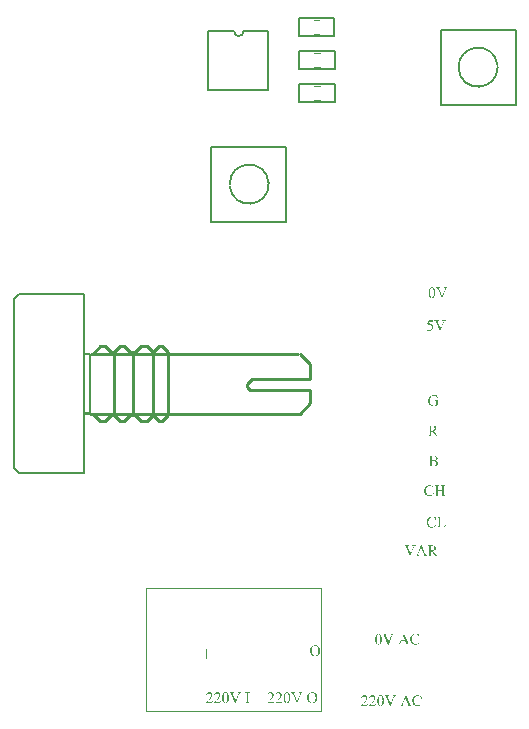
<source format=gto>
G04*
G04 #@! TF.GenerationSoftware,Altium Limited,Altium Designer,21.0.9 (235)*
G04*
G04 Layer_Color=65535*
%FSTAX24Y24*%
%MOIN*%
G70*
G04*
G04 #@! TF.SameCoordinates,45A28FA0-0FE0-41DF-BFDA-37982D4B71EE*
G04*
G04*
G04 #@! TF.FilePolarity,Positive*
G04*
G01*
G75*
%ADD10C,0.0070*%
%ADD11C,0.0079*%
%ADD12C,0.0039*%
%ADD13C,0.0050*%
%ADD14C,0.0040*%
%ADD15C,0.0100*%
G36*
X039061Y022954D02*
X039045D01*
X039041Y022954D01*
X039037Y022952D01*
X039031Y022951D01*
X039027Y022949D01*
X039022Y022946D01*
X039017Y022942D01*
X039017Y022941D01*
X039016Y02294D01*
X039015Y022937D01*
X039014Y022933D01*
X039013Y022928D01*
X039012Y022921D01*
X039011Y022913D01*
Y022907D01*
Y022902D01*
Y022673D01*
Y022673D01*
Y022672D01*
Y022669D01*
Y022665D01*
X039011Y022659D01*
X039012Y022653D01*
X039012Y022648D01*
X039013Y022642D01*
X039014Y022639D01*
Y022638D01*
X039015Y022637D01*
X039017Y022635D01*
X03902Y022631D01*
X039022Y022629D01*
X039025Y022628D01*
X039025Y022627D01*
X039027Y022627D01*
X039029Y022625D01*
X039032Y022624D01*
X039036Y022623D01*
X03904Y022622D01*
X039044Y022621D01*
X039061D01*
Y022611D01*
X038911D01*
Y022621D01*
X038927D01*
X038931Y022622D01*
X038936Y022623D01*
X038941Y022624D01*
X038946Y022627D01*
X038951Y02263D01*
X038955Y022634D01*
Y022635D01*
X038956Y022636D01*
X038957Y022639D01*
X038958Y022642D01*
X038959Y022647D01*
X03896Y022654D01*
X03896Y022663D01*
X038961Y022673D01*
Y022902D01*
Y022902D01*
Y022903D01*
Y022906D01*
Y02291D01*
X03896Y022916D01*
Y022922D01*
X038959Y022928D01*
X038959Y022933D01*
X038958Y022937D01*
X038957Y022938D01*
X038956Y022941D01*
X038952Y022944D01*
X03895Y022946D01*
X038947Y022948D01*
X038947D01*
X038945Y022949D01*
X038943Y02295D01*
X03894Y022951D01*
X038936Y022952D01*
X038933Y022953D01*
X038928Y022954D01*
X038924Y022954D01*
X038911D01*
Y022964D01*
X039061D01*
Y022954D01*
D02*
G37*
G36*
X042616Y023081D02*
X042621Y023081D01*
X042628Y02308D01*
X042635Y023079D01*
X042643Y023078D01*
X042652Y023075D01*
X042661Y023073D01*
X042671Y023069D01*
X042681Y023065D01*
X042691Y02306D01*
X042702Y023055D01*
X042712Y023048D01*
X042721Y02304D01*
X042731Y023031D01*
X042732Y02303D01*
X042733Y023029D01*
X042736Y023025D01*
X042739Y023021D01*
X042743Y023016D01*
X042747Y02301D01*
X042751Y023003D01*
X042756Y022995D01*
X04276Y022985D01*
X042765Y022975D01*
X042769Y022964D01*
X042773Y022952D01*
X042776Y02294D01*
X042778Y022926D01*
X04278Y022912D01*
X04278Y022896D01*
Y022895D01*
Y022893D01*
X04278Y022888D01*
X042779Y022882D01*
X042779Y022875D01*
X042777Y022867D01*
X042776Y022858D01*
X042773Y022848D01*
X04277Y022837D01*
X042767Y022826D01*
X042762Y022815D01*
X042756Y022803D01*
X04275Y022792D01*
X042742Y022781D01*
X042733Y02277D01*
X042724Y022759D01*
X042723Y022759D01*
X042721Y022757D01*
X042719Y022755D01*
X042715Y022752D01*
X04271Y022748D01*
X042704Y022745D01*
X042697Y02274D01*
X04269Y022736D01*
X042682Y022732D01*
X042673Y022728D01*
X042663Y022724D01*
X042653Y02272D01*
X042641Y022717D01*
X04263Y022715D01*
X042617Y022713D01*
X042605Y022713D01*
X042601D01*
X042598Y022713D01*
X042593D01*
X042587Y022715D01*
X042581Y022716D01*
X042572Y022717D01*
X042564Y022719D01*
X042555Y022722D01*
X042546Y022726D01*
X042536Y02273D01*
X042526Y022735D01*
X042516Y022741D01*
X042506Y022748D01*
X042496Y022756D01*
X042486Y022765D01*
X042486Y022766D01*
X042484Y022768D01*
X042481Y022771D01*
X042478Y022775D01*
X042474Y02278D01*
X04247Y022786D01*
X042465Y022793D01*
X04246Y022801D01*
X042456Y02281D01*
X042451Y02282D01*
X042447Y022831D01*
X042443Y022842D01*
X04244Y022855D01*
X042438Y022868D01*
X042436Y022882D01*
X042435Y022896D01*
Y022897D01*
Y022899D01*
X042436Y022903D01*
Y022909D01*
X042437Y022916D01*
X042438Y022924D01*
X04244Y022933D01*
X042442Y022943D01*
X042445Y022953D01*
X042448Y022964D01*
X042452Y022974D01*
X042457Y022986D01*
X042463Y022997D01*
X042469Y023008D01*
X042477Y023019D01*
X042486Y023029D01*
X042487Y02303D01*
X042488Y023031D01*
X042491Y023034D01*
X042495Y023037D01*
X0425Y023041D01*
X042506Y023046D01*
X042513Y02305D01*
X042521Y023055D01*
X042529Y023061D01*
X042539Y023065D01*
X042548Y023069D01*
X042559Y023074D01*
X042571Y023077D01*
X042583Y02308D01*
X042596Y023081D01*
X042609Y023082D01*
X042612D01*
X042616Y023081D01*
D02*
G37*
G36*
X046959Y033901D02*
X046958D01*
X046956Y033901D01*
X046952Y033899D01*
X046949Y033898D01*
X046939Y033895D01*
X046934Y033892D01*
X046931Y033889D01*
X04693Y033889D01*
X046928Y033887D01*
X046926Y033884D01*
X046922Y033879D01*
X046919Y033874D01*
X046915Y033867D01*
X04691Y033859D01*
X046907Y03385D01*
X046784Y03355D01*
X046774D01*
X046642Y033854D01*
Y033854D01*
X046641Y033855D01*
X04664Y033857D01*
X046639Y033861D01*
X046636Y033866D01*
X046634Y033871D01*
X046631Y033876D01*
X046629Y03388D01*
X046628Y033883D01*
X046627Y033883D01*
X046627Y033884D01*
X046623Y033887D01*
X046618Y033891D01*
X046611Y033895D01*
X046611D01*
X04661Y033895D01*
X046607Y033896D01*
X046605Y033897D01*
X046601Y033898D01*
X046596Y033899D01*
X046592Y033901D01*
X046586Y033901D01*
Y033911D01*
X04673D01*
Y033901D01*
X046729D01*
X046726Y033901D01*
X046722Y0339D01*
X046717Y033899D01*
X046712Y033898D01*
X046707Y033896D01*
X046702Y033895D01*
X046699Y033892D01*
X046698D01*
X046698Y033891D01*
X046695Y033888D01*
X046693Y033884D01*
X046692Y03388D01*
X046691Y033877D01*
Y033877D01*
Y033875D01*
X046692Y033872D01*
X046693Y033867D01*
X046694Y033861D01*
X046696Y033855D01*
X0467Y033846D01*
X046704Y033837D01*
X046793Y03363D01*
X046877Y033834D01*
Y033834D01*
X046877Y033835D01*
X046878Y033837D01*
X046878Y033839D01*
X04688Y033844D01*
X046883Y03385D01*
X046885Y033857D01*
X046887Y033865D01*
X046888Y03387D01*
X046889Y033876D01*
Y033877D01*
Y033877D01*
X046888Y033881D01*
X046885Y033885D01*
X046884Y033887D01*
X046881Y03389D01*
X04688Y033891D01*
X046879Y033891D01*
X046878Y033892D01*
X046875Y033894D01*
X046871Y033896D01*
X046867Y033897D01*
X046862Y033899D01*
X046855Y0339D01*
X046854Y033901D01*
X046853D01*
X046851Y033901D01*
Y033911D01*
X046959D01*
Y033901D01*
D02*
G37*
G36*
X046526Y033867D02*
X046419D01*
X046396Y033819D01*
X046397D01*
X046399Y033819D01*
X046403Y033818D01*
X046408Y033817D01*
X046414Y033815D01*
X04642Y033814D01*
X046428Y033812D01*
X046436Y033809D01*
X046453Y033802D01*
X046463Y033798D01*
X046471Y033793D01*
X046481Y033788D01*
X046489Y033782D01*
X046498Y033775D01*
X046506Y033768D01*
X046506Y033767D01*
X046507Y033766D01*
X046509Y033764D01*
X046511Y033762D01*
X046514Y033758D01*
X046517Y033754D01*
X04652Y033749D01*
X046523Y033744D01*
X046527Y033738D01*
X04653Y033732D01*
X046535Y033718D01*
X046538Y03371D01*
X046539Y033702D01*
X04654Y033694D01*
X046541Y033685D01*
Y033684D01*
Y033684D01*
Y033682D01*
Y03368D01*
X04654Y033675D01*
X046539Y033668D01*
X046538Y03366D01*
X046536Y033651D01*
X046533Y033642D01*
X046529Y033633D01*
X046529Y033632D01*
X046527Y033629D01*
X046525Y033625D01*
X046522Y033619D01*
X046517Y033613D01*
X046512Y033606D01*
X046506Y033599D01*
X0465Y033593D01*
X0465Y033592D01*
X046498Y03359D01*
X046494Y033587D01*
X046489Y033583D01*
X046484Y033579D01*
X046477Y033575D01*
X04647Y03357D01*
X046463Y033566D01*
X046462D01*
X046462Y033566D01*
X04646Y033565D01*
X046458Y033564D01*
X046452Y033562D01*
X046444Y033559D01*
X046434Y033557D01*
X046424Y033554D01*
X046413Y033553D01*
X046401Y033552D01*
X046396D01*
X04639Y033553D01*
X046384Y033553D01*
X046376Y033555D01*
X046368Y033557D01*
X046361Y033559D01*
X046355Y033563D01*
X046355Y033563D01*
X046353Y033565D01*
X046351Y033567D01*
X046348Y03357D01*
X046345Y033573D01*
X046343Y033577D01*
X046342Y033582D01*
X046341Y033587D01*
Y033587D01*
Y033588D01*
X046342Y033591D01*
X046343Y033595D01*
X046346Y033599D01*
X046347D01*
X046348Y0336D01*
X046351Y033602D01*
X046355Y033604D01*
X046362Y033605D01*
X046366D01*
X04637Y033604D01*
X046374Y033602D01*
X046375Y033602D01*
X046376Y033601D01*
X046378Y033601D01*
X04638Y033599D01*
X046383Y033598D01*
X046387Y033595D01*
X046391Y033592D01*
X046392Y033591D01*
X046394Y03359D01*
X046398Y033588D01*
X046403Y033585D01*
X046409Y033583D01*
X046416Y033581D01*
X046423Y033579D01*
X046431Y033579D01*
X046433D01*
X046435Y033579D01*
X046441Y03358D01*
X046449Y033582D01*
X046457Y033584D01*
X046465Y033589D01*
X046475Y033594D01*
X046483Y033602D01*
X046484Y033602D01*
X046485Y033603D01*
X046487Y033606D01*
X046491Y033611D01*
X046495Y033618D01*
X046499Y033625D01*
X046503Y033635D01*
X046506Y033646D01*
X046507Y033652D01*
Y033658D01*
Y033658D01*
Y033659D01*
Y033661D01*
X046506Y033663D01*
X046506Y033669D01*
X046504Y033677D01*
X046502Y033686D01*
X046498Y033696D01*
X046493Y033707D01*
X046486Y033717D01*
Y033718D01*
X046485Y033718D01*
X046482Y033721D01*
X046478Y033727D01*
X046471Y033733D01*
X046463Y03374D01*
X046453Y033747D01*
X046442Y033754D01*
X046429Y03376D01*
X046429D01*
X046428Y033761D01*
X046427Y033761D01*
X046424Y033762D01*
X046421Y033763D01*
X046418Y033764D01*
X046414Y033765D01*
X046409Y033766D01*
X046404Y033767D01*
X046398Y033768D01*
X046385Y033771D01*
X04637Y033773D01*
X046352Y033774D01*
X04642Y033911D01*
X046546D01*
X046526Y033867D01*
D02*
G37*
G36*
X047012Y035001D02*
X047012D01*
X047009Y035001D01*
X047006Y034999D01*
X047002Y034998D01*
X046993Y034995D01*
X046988Y034992D01*
X046984Y034989D01*
X046983Y034989D01*
X046982Y034987D01*
X046979Y034984D01*
X046976Y034979D01*
X046972Y034974D01*
X046968Y034967D01*
X046964Y034959D01*
X04696Y03495D01*
X046837Y03465D01*
X046827D01*
X046695Y034954D01*
Y034954D01*
X046695Y034955D01*
X046693Y034957D01*
X046692Y034961D01*
X04669Y034966D01*
X046687Y034971D01*
X046685Y034976D01*
X046683Y03498D01*
X046681Y034983D01*
X04668Y034983D01*
X04668Y034984D01*
X046677Y034987D01*
X046671Y034991D01*
X046665Y034995D01*
X046664D01*
X046663Y034995D01*
X046661Y034996D01*
X046658Y034997D01*
X046654Y034998D01*
X04665Y034999D01*
X046645Y035001D01*
X046639Y035001D01*
Y035011D01*
X046784D01*
Y035001D01*
X046782D01*
X04678Y035001D01*
X046775Y035D01*
X04677Y034999D01*
X046765Y034998D01*
X04676Y034996D01*
X046755Y034995D01*
X046752Y034992D01*
X046751D01*
X046751Y034991D01*
X046749Y034988D01*
X046746Y034984D01*
X046745Y03498D01*
X046745Y034977D01*
Y034977D01*
Y034975D01*
X046745Y034972D01*
X046746Y034967D01*
X046747Y034961D01*
X04675Y034955D01*
X046753Y034946D01*
X046757Y034937D01*
X046846Y03473D01*
X04693Y034934D01*
Y034934D01*
X04693Y034935D01*
X046931Y034937D01*
X046932Y034939D01*
X046934Y034944D01*
X046936Y03495D01*
X046938Y034957D01*
X04694Y034964D01*
X046941Y034971D01*
X046942Y034976D01*
Y034977D01*
Y034977D01*
X046941Y034981D01*
X046939Y034985D01*
X046937Y034987D01*
X046934Y03499D01*
X046934Y034991D01*
X046933Y034991D01*
X046931Y034992D01*
X046928Y034994D01*
X046924Y034996D01*
X04692Y034997D01*
X046915Y034999D01*
X046909Y035D01*
X046907Y035001D01*
X046906D01*
X046904Y035001D01*
Y035011D01*
X047012D01*
Y035001D01*
D02*
G37*
G36*
X046509Y035017D02*
X046513Y035017D01*
X046517Y035016D01*
X046527Y035013D01*
X046532Y035011D01*
X046538Y035008D01*
X046544Y035004D01*
X04655Y035001D01*
X046557Y034996D01*
X046563Y03499D01*
X04657Y034984D01*
X046576Y034977D01*
X046576Y034976D01*
X046577Y034974D01*
X046579Y034971D01*
X046582Y034967D01*
X046585Y034962D01*
X046588Y034956D01*
X046592Y034948D01*
X046596Y03494D01*
X0466Y034931D01*
X046603Y03492D01*
X046607Y034909D01*
X046609Y034896D01*
X046612Y034883D01*
X046614Y034869D01*
X046615Y034854D01*
X046616Y034838D01*
Y034837D01*
Y034835D01*
Y034832D01*
Y034827D01*
X046615Y034822D01*
X046615Y034816D01*
X046614Y034809D01*
X046614Y034802D01*
X046612Y034785D01*
X046608Y034767D01*
X046604Y03475D01*
X046598Y034733D01*
Y034732D01*
X046597Y034731D01*
X046596Y034729D01*
X046595Y034726D01*
X046593Y034723D01*
X046591Y034719D01*
X046586Y03471D01*
X046579Y034699D01*
X046572Y034689D01*
X046562Y034679D01*
X046557Y034675D01*
X046553Y034671D01*
X046552D01*
X046551Y034671D01*
X04655Y03467D01*
X046548Y034669D01*
X046543Y034665D01*
X046536Y034662D01*
X046527Y034658D01*
X046519Y034655D01*
X046509Y034653D01*
X0465Y034652D01*
X046497D01*
X046495Y034653D01*
X046491Y034653D01*
X046487Y034654D01*
X046482Y034655D01*
X046476Y034657D01*
X04647Y03466D01*
X046464Y034663D01*
X046457Y034666D01*
X04645Y034671D01*
X046443Y034677D01*
X046436Y034684D01*
X046429Y034692D01*
X046422Y034701D01*
X046416Y034711D01*
X046415Y034712D01*
X046414Y034713D01*
X046413Y034716D01*
X046411Y03472D01*
X046409Y034725D01*
X046407Y034731D01*
X046404Y034737D01*
X046402Y034745D01*
X046399Y034754D01*
X046396Y034763D01*
X046394Y034773D01*
X046392Y034784D01*
X04639Y034795D01*
X046389Y034807D01*
X046388Y034819D01*
X046388Y034832D01*
Y034833D01*
Y034835D01*
Y034838D01*
X046388Y034842D01*
Y034848D01*
X046389Y034854D01*
X046389Y03486D01*
X04639Y034868D01*
X046392Y034884D01*
X046395Y034902D01*
X0464Y034919D01*
X046406Y034936D01*
Y034937D01*
X046407Y034938D01*
X046407Y03494D01*
X046409Y034943D01*
X046411Y034947D01*
X046413Y034951D01*
X046419Y034961D01*
X046425Y034971D01*
X046434Y034982D01*
X046443Y034992D01*
X046454Y035001D01*
X046455Y035002D01*
X046458Y035004D01*
X046463Y035007D01*
X046469Y03501D01*
X046476Y035013D01*
X046484Y035015D01*
X046493Y035017D01*
X046502Y035018D01*
X046506D01*
X046509Y035017D01*
D02*
G37*
G36*
X040131Y021501D02*
X04013D01*
X040127Y021501D01*
X040124Y021499D01*
X04012Y021498D01*
X040111Y021495D01*
X040106Y021492D01*
X040102Y021489D01*
X040102Y021489D01*
X0401Y021487D01*
X040097Y021484D01*
X040094Y021479D01*
X04009Y021474D01*
X040086Y021467D01*
X040082Y021459D01*
X040078Y02145D01*
X039955Y02115D01*
X039945D01*
X039813Y021454D01*
Y021454D01*
X039813Y021455D01*
X039812Y021457D01*
X03981Y021461D01*
X039808Y021466D01*
X039805Y021471D01*
X039803Y021476D01*
X039801Y02148D01*
X039799Y021483D01*
X039799Y021483D01*
X039798Y021484D01*
X039795Y021487D01*
X039789Y021491D01*
X039783Y021495D01*
X039782D01*
X039781Y021495D01*
X039779Y021496D01*
X039776Y021497D01*
X039772Y021498D01*
X039768Y021499D01*
X039763Y021501D01*
X039757Y021501D01*
Y021511D01*
X039902D01*
Y021501D01*
X039901D01*
X039898Y021501D01*
X039894Y0215D01*
X039889Y021499D01*
X039883Y021498D01*
X039878Y021496D01*
X039873Y021495D01*
X03987Y021492D01*
X03987D01*
X039869Y021491D01*
X039867Y021488D01*
X039864Y021484D01*
X039864Y02148D01*
X039863Y021477D01*
Y021477D01*
Y021475D01*
X039864Y021472D01*
X039865Y021467D01*
X039866Y021461D01*
X039868Y021455D01*
X039871Y021446D01*
X039875Y021437D01*
X039965Y02123D01*
X040048Y021434D01*
Y021434D01*
X040049Y021435D01*
X040049Y021437D01*
X04005Y021439D01*
X040052Y021444D01*
X040054Y02145D01*
X040056Y021457D01*
X040058Y021465D01*
X04006Y02147D01*
X04006Y021476D01*
Y021477D01*
Y021477D01*
X040059Y021481D01*
X040057Y021485D01*
X040055Y021487D01*
X040052Y02149D01*
X040052Y021491D01*
X040051Y021491D01*
X040049Y021492D01*
X040046Y021494D01*
X040043Y021496D01*
X040038Y021497D01*
X040033Y021499D01*
X040027Y0215D01*
X040026Y021501D01*
X040025D01*
X040022Y021501D01*
Y021511D01*
X040131D01*
Y021501D01*
D02*
G37*
G36*
X040435D02*
X040418D01*
X040414Y021501D01*
X04041Y021499D01*
X040405Y021498D01*
X0404Y021496D01*
X040395Y021492D01*
X04039Y021488D01*
Y021487D01*
X040389Y021486D01*
X040389Y021484D01*
X040388Y02148D01*
X040387Y021475D01*
X040385Y021468D01*
X040385Y021459D01*
X040384Y021449D01*
Y02122D01*
Y02122D01*
Y021219D01*
Y021216D01*
Y021212D01*
X040385Y021206D01*
Y0212D01*
X040386Y021194D01*
X040387Y021189D01*
X040388Y021185D01*
X040388Y021184D01*
X04039Y021181D01*
X040393Y021178D01*
X040395Y021176D01*
X040398Y021174D01*
X040399D01*
X0404Y021173D01*
X040402Y021172D01*
X040405Y021171D01*
X040409Y02117D01*
X040413Y021169D01*
X040417Y021169D01*
X040422Y021168D01*
X040435D01*
Y021158D01*
X040284D01*
Y021168D01*
X0403D01*
X040304Y021169D01*
X040309Y02117D01*
X040314Y021171D01*
X040319Y021173D01*
X040324Y021176D01*
X040328Y021181D01*
X040329Y021181D01*
X040329Y021182D01*
X04033Y021185D01*
X040331Y021189D01*
X040333Y021194D01*
X040334Y021201D01*
X040335Y02121D01*
Y021215D01*
Y02122D01*
Y021449D01*
Y021449D01*
Y02145D01*
Y021453D01*
Y021457D01*
X040334Y021463D01*
X040334Y021469D01*
X040333Y021474D01*
X040332Y02148D01*
X040331Y021484D01*
Y021484D01*
X04033Y021485D01*
X040329Y021487D01*
X040325Y021491D01*
X040323Y021493D01*
X040321Y021495D01*
X04032Y021495D01*
X040318Y021496D01*
X040316Y021497D01*
X040313Y021498D01*
X04031Y021499D01*
X040306Y0215D01*
X040301Y021501D01*
X040284D01*
Y021511D01*
X040435D01*
Y021501D01*
D02*
G37*
G36*
X03935Y021517D02*
X039354Y021517D01*
X039358Y021516D01*
X039368Y021515D01*
X039379Y021511D01*
X039391Y021507D01*
X039397Y021503D01*
X039403Y021499D01*
X039409Y021495D01*
X039415Y02149D01*
X039415Y02149D01*
X039416Y021489D01*
X039417Y021487D01*
X039419Y021485D01*
X039424Y02148D01*
X039429Y021472D01*
X039434Y021462D01*
X039439Y021451D01*
X039443Y021439D01*
X039443Y021432D01*
X039444Y021425D01*
Y021425D01*
Y021424D01*
Y021422D01*
Y021421D01*
X039443Y021415D01*
X039442Y021408D01*
X03944Y021401D01*
X039438Y021391D01*
X039435Y021381D01*
X039431Y021372D01*
Y021371D01*
X039429Y02137D01*
X039428Y021367D01*
X039427Y021365D01*
X039425Y021361D01*
X039422Y021356D01*
X039419Y021351D01*
X039416Y021345D01*
X039411Y021338D01*
X039407Y021331D01*
X039396Y021317D01*
X03939Y021308D01*
X039383Y0213D01*
X039376Y021291D01*
X039368Y021283D01*
X039367Y021282D01*
X039365Y021279D01*
X039362Y021276D01*
X039357Y021271D01*
X039352Y021266D01*
X039346Y02126D01*
X039333Y021246D01*
X03932Y021231D01*
X039313Y021224D01*
X039307Y021217D01*
X039301Y021211D01*
X039295Y021206D01*
X039291Y021201D01*
X039288Y021198D01*
X039395D01*
X039401Y021199D01*
X039407D01*
X039413Y021199D01*
X039418Y0212D01*
X039419D01*
X03942Y0212D01*
X039422Y021201D01*
X039425Y021201D01*
X039432Y021204D01*
X039438Y021208D01*
X039439Y021208D01*
X03944Y021209D01*
X039441Y021211D01*
X039444Y021213D01*
X039446Y021216D01*
X039449Y021218D01*
X039455Y021226D01*
X039465D01*
X03944Y021158D01*
X039232D01*
Y021167D01*
X039233Y021169D01*
X039236Y021171D01*
X039241Y021176D01*
X039247Y021182D01*
X039254Y021189D01*
X039263Y021197D01*
X039273Y021206D01*
X039283Y021216D01*
X039293Y021227D01*
X039304Y021238D01*
X039326Y021261D01*
X039336Y021272D01*
X039345Y021283D01*
X039354Y021294D01*
X039362Y021305D01*
X039362Y021305D01*
X039363Y021307D01*
X039365Y02131D01*
X039368Y021313D01*
X03937Y021318D01*
X039374Y021324D01*
X039377Y02133D01*
X039381Y021337D01*
X039387Y021351D01*
X039393Y021368D01*
X039396Y021376D01*
X039398Y021384D01*
X039399Y021393D01*
X039399Y021401D01*
Y021402D01*
Y021403D01*
Y021404D01*
X039399Y021407D01*
X039398Y021413D01*
X039397Y021421D01*
X039395Y02143D01*
X039391Y021439D01*
X039386Y021448D01*
X039379Y021456D01*
X039378Y021457D01*
X039375Y02146D01*
X03937Y021463D01*
X039364Y021467D01*
X039357Y021471D01*
X039349Y021475D01*
X039339Y021477D01*
X039329Y021478D01*
X039325D01*
X03932Y021478D01*
X039313Y021477D01*
X039306Y021474D01*
X039298Y021472D01*
X03929Y021468D01*
X039282Y021463D01*
X039281Y021462D01*
X039279Y02146D01*
X039275Y021456D01*
X039271Y021451D01*
X039266Y021445D01*
X03926Y021438D01*
X039256Y021429D01*
X039251Y021419D01*
X039242D01*
Y021419D01*
X039243Y021421D01*
Y021423D01*
X039244Y021426D01*
X039244Y021431D01*
X039245Y021435D01*
X039249Y021445D01*
X039253Y021457D01*
X039259Y021469D01*
X039266Y021481D01*
X039275Y021492D01*
X039275Y021492D01*
X039276Y021493D01*
X039278Y021494D01*
X03928Y021496D01*
X039283Y021498D01*
X039286Y0215D01*
X039293Y021505D01*
X039303Y02151D01*
X039315Y021514D01*
X039328Y021517D01*
X039335Y021517D01*
X039343Y021518D01*
X039347D01*
X03935Y021517D01*
D02*
G37*
G36*
X039083D02*
X039087Y021517D01*
X039091Y021516D01*
X039101Y021515D01*
X039113Y021511D01*
X039125Y021507D01*
X039131Y021503D01*
X039137Y021499D01*
X039143Y021495D01*
X039148Y02149D01*
X039149Y02149D01*
X039149Y021489D01*
X039151Y021487D01*
X039153Y021485D01*
X039158Y02148D01*
X039163Y021472D01*
X039168Y021462D01*
X039173Y021451D01*
X039176Y021439D01*
X039177Y021432D01*
X039177Y021425D01*
Y021425D01*
Y021424D01*
Y021422D01*
Y021421D01*
X039177Y021415D01*
X039176Y021408D01*
X039174Y021401D01*
X039172Y021391D01*
X039168Y021381D01*
X039164Y021372D01*
Y021371D01*
X039163Y02137D01*
X039162Y021367D01*
X03916Y021365D01*
X039158Y021361D01*
X039156Y021356D01*
X039153Y021351D01*
X039149Y021345D01*
X039145Y021338D01*
X039141Y021331D01*
X03913Y021317D01*
X039123Y021308D01*
X039117Y0213D01*
X039109Y021291D01*
X039101Y021283D01*
X039101Y021282D01*
X039099Y021279D01*
X039095Y021276D01*
X039091Y021271D01*
X039086Y021266D01*
X03908Y02126D01*
X039067Y021246D01*
X039053Y021231D01*
X039047Y021224D01*
X03904Y021217D01*
X039034Y021211D01*
X039029Y021206D01*
X039024Y021201D01*
X039021Y021198D01*
X039128D01*
X039134Y021199D01*
X039141D01*
X039147Y021199D01*
X039152Y0212D01*
X039152D01*
X039154Y0212D01*
X039156Y021201D01*
X039159Y021201D01*
X039165Y021204D01*
X039172Y021208D01*
X039172Y021208D01*
X039173Y021209D01*
X039175Y021211D01*
X039177Y021213D01*
X03918Y021216D01*
X039183Y021218D01*
X039188Y021226D01*
X039199D01*
X039173Y021158D01*
X038965D01*
Y021167D01*
X038966Y021169D01*
X038969Y021171D01*
X038974Y021176D01*
X038981Y021182D01*
X038988Y021189D01*
X038996Y021197D01*
X039006Y021206D01*
X039016Y021216D01*
X039027Y021227D01*
X039037Y021238D01*
X039059Y021261D01*
X039069Y021272D01*
X039079Y021283D01*
X039088Y021294D01*
X039095Y021305D01*
X039096Y021305D01*
X039097Y021307D01*
X039099Y02131D01*
X039101Y021313D01*
X039104Y021318D01*
X039107Y021324D01*
X039111Y02133D01*
X039114Y021337D01*
X039121Y021351D01*
X039127Y021368D01*
X03913Y021376D01*
X039131Y021384D01*
X039132Y021393D01*
X039133Y021401D01*
Y021402D01*
Y021403D01*
Y021404D01*
X039132Y021407D01*
X039132Y021413D01*
X03913Y021421D01*
X039128Y02143D01*
X039124Y021439D01*
X039119Y021448D01*
X039112Y021456D01*
X039111Y021457D01*
X039108Y02146D01*
X039104Y021463D01*
X039098Y021467D01*
X039091Y021471D01*
X039083Y021475D01*
X039073Y021477D01*
X039063Y021478D01*
X039058D01*
X039053Y021478D01*
X039047Y021477D01*
X03904Y021474D01*
X039032Y021472D01*
X039024Y021468D01*
X039016Y021463D01*
X039014Y021462D01*
X039012Y02146D01*
X039008Y021456D01*
X039004Y021451D01*
X038999Y021445D01*
X038994Y021438D01*
X038989Y021429D01*
X038985Y021419D01*
X038976D01*
Y021419D01*
X038976Y021421D01*
Y021423D01*
X038977Y021426D01*
X038978Y021431D01*
X038979Y021435D01*
X038982Y021445D01*
X038987Y021457D01*
X038992Y021469D01*
X038999Y021481D01*
X039008Y021492D01*
X039009Y021492D01*
X03901Y021493D01*
X039011Y021494D01*
X039013Y021496D01*
X039016Y021498D01*
X039019Y0215D01*
X039027Y021505D01*
X039037Y02151D01*
X039048Y021514D01*
X039061Y021517D01*
X039069Y021517D01*
X039076Y021518D01*
X039081D01*
X039083Y021517D01*
D02*
G37*
G36*
X039628D02*
X039631Y021517D01*
X039635Y021516D01*
X039645Y021513D01*
X039651Y021511D01*
X039657Y021508D01*
X039663Y021504D01*
X039669Y021501D01*
X039675Y021496D01*
X039681Y02149D01*
X039688Y021484D01*
X039694Y021477D01*
X039694Y021476D01*
X039695Y021474D01*
X039698Y021471D01*
X0397Y021467D01*
X039703Y021462D01*
X039706Y021456D01*
X03971Y021448D01*
X039714Y02144D01*
X039718Y021431D01*
X039722Y02142D01*
X039725Y021409D01*
X039728Y021396D01*
X03973Y021383D01*
X039732Y021369D01*
X039734Y021354D01*
X039734Y021338D01*
Y021337D01*
Y021335D01*
Y021332D01*
Y021327D01*
X039734Y021322D01*
X039733Y021316D01*
X039732Y021309D01*
X039732Y021302D01*
X03973Y021285D01*
X039726Y021267D01*
X039722Y02125D01*
X039716Y021233D01*
Y021232D01*
X039716Y021231D01*
X039714Y021229D01*
X039713Y021226D01*
X039711Y021223D01*
X039709Y021219D01*
X039704Y02121D01*
X039698Y021199D01*
X03969Y021189D01*
X039681Y021179D01*
X039676Y021175D01*
X039671Y021171D01*
X03967D01*
X03967Y021171D01*
X039668Y02117D01*
X039666Y021169D01*
X039661Y021165D01*
X039654Y021162D01*
X039646Y021158D01*
X039637Y021155D01*
X039628Y021153D01*
X039618Y021152D01*
X039616D01*
X039613Y021153D01*
X03961Y021153D01*
X039605Y021154D01*
X0396Y021155D01*
X039594Y021157D01*
X039588Y02116D01*
X039582Y021163D01*
X039575Y021166D01*
X039568Y021171D01*
X039561Y021177D01*
X039554Y021184D01*
X039547Y021191D01*
X03954Y021201D01*
X039534Y021211D01*
X039533Y021212D01*
X039533Y021213D01*
X039531Y021216D01*
X039529Y02122D01*
X039527Y021225D01*
X039525Y021231D01*
X039522Y021237D01*
X03952Y021245D01*
X039517Y021254D01*
X039515Y021263D01*
X039512Y021273D01*
X03951Y021284D01*
X039509Y021295D01*
X039507Y021307D01*
X039506Y021319D01*
X039506Y021332D01*
Y021333D01*
Y021335D01*
Y021338D01*
X039506Y021342D01*
Y021348D01*
X039507Y021354D01*
X039508Y02136D01*
X039508Y021368D01*
X03951Y021384D01*
X039514Y021402D01*
X039518Y021419D01*
X039524Y021436D01*
Y021437D01*
X039525Y021438D01*
X039526Y02144D01*
X039527Y021443D01*
X039529Y021447D01*
X039531Y021451D01*
X039537Y021461D01*
X039544Y021471D01*
X039552Y021482D01*
X039562Y021492D01*
X039573Y021501D01*
X039574Y021502D01*
X039576Y021504D01*
X039581Y021507D01*
X039587Y02151D01*
X039594Y021513D01*
X039603Y021515D01*
X039611Y021517D01*
X039621Y021518D01*
X039624D01*
X039628Y021517D01*
D02*
G37*
G36*
X042181Y021501D02*
X04218D01*
X042177Y021501D01*
X042174Y021499D01*
X04217Y021498D01*
X042161Y021495D01*
X042156Y021492D01*
X042152Y021489D01*
X042152Y021489D01*
X04215Y021487D01*
X042147Y021484D01*
X042144Y021479D01*
X04214Y021474D01*
X042136Y021467D01*
X042132Y021459D01*
X042128Y02145D01*
X042005Y02115D01*
X041996D01*
X041863Y021454D01*
Y021454D01*
X041863Y021455D01*
X041862Y021457D01*
X04186Y021461D01*
X041858Y021466D01*
X041855Y021471D01*
X041853Y021476D01*
X041851Y02148D01*
X041849Y021483D01*
X041849Y021483D01*
X041848Y021484D01*
X041845Y021487D01*
X041839Y021491D01*
X041833Y021495D01*
X041832D01*
X041831Y021495D01*
X041829Y021496D01*
X041826Y021497D01*
X041822Y021498D01*
X041818Y021499D01*
X041813Y021501D01*
X041807Y021501D01*
Y021511D01*
X041952D01*
Y021501D01*
X041951D01*
X041948Y021501D01*
X041944Y0215D01*
X041939Y021499D01*
X041933Y021498D01*
X041928Y021496D01*
X041923Y021495D01*
X04192Y021492D01*
X04192D01*
X041919Y021491D01*
X041917Y021488D01*
X041914Y021484D01*
X041914Y02148D01*
X041913Y021477D01*
Y021477D01*
Y021475D01*
X041914Y021472D01*
X041915Y021467D01*
X041916Y021461D01*
X041918Y021455D01*
X041921Y021446D01*
X041925Y021437D01*
X042015Y02123D01*
X042098Y021434D01*
Y021434D01*
X042099Y021435D01*
X042099Y021437D01*
X0421Y021439D01*
X042102Y021444D01*
X042104Y02145D01*
X042106Y021457D01*
X042109Y021465D01*
X04211Y02147D01*
X04211Y021476D01*
Y021477D01*
Y021477D01*
X042109Y021481D01*
X042107Y021485D01*
X042105Y021487D01*
X042103Y02149D01*
X042102Y021491D01*
X042101Y021491D01*
X042099Y021492D01*
X042097Y021494D01*
X042093Y021496D01*
X042088Y021497D01*
X042083Y021499D01*
X042077Y0215D01*
X042076Y021501D01*
X042075D01*
X042072Y021501D01*
Y021511D01*
X042181D01*
Y021501D01*
D02*
G37*
G36*
X0414Y021517D02*
X041404Y021517D01*
X041408Y021516D01*
X041418Y021515D01*
X041429Y021511D01*
X041441Y021507D01*
X041447Y021503D01*
X041453Y021499D01*
X041459Y021495D01*
X041465Y02149D01*
X041465Y02149D01*
X041466Y021489D01*
X041468Y021487D01*
X041469Y021485D01*
X041474Y02148D01*
X04148Y021472D01*
X041484Y021462D01*
X041489Y021451D01*
X041493Y021439D01*
X041493Y021432D01*
X041494Y021425D01*
Y021425D01*
Y021424D01*
Y021422D01*
Y021421D01*
X041493Y021415D01*
X041492Y021408D01*
X04149Y021401D01*
X041488Y021391D01*
X041485Y021381D01*
X041481Y021372D01*
Y021371D01*
X04148Y02137D01*
X041478Y021367D01*
X041477Y021365D01*
X041475Y021361D01*
X041472Y021356D01*
X041469Y021351D01*
X041466Y021345D01*
X041462Y021338D01*
X041457Y021331D01*
X041446Y021317D01*
X04144Y021308D01*
X041433Y0213D01*
X041426Y021291D01*
X041418Y021283D01*
X041417Y021282D01*
X041415Y021279D01*
X041412Y021276D01*
X041407Y021271D01*
X041403Y021266D01*
X041397Y02126D01*
X041383Y021246D01*
X04137Y021231D01*
X041363Y021224D01*
X041357Y021217D01*
X041351Y021211D01*
X041345Y021206D01*
X041341Y021201D01*
X041338Y021198D01*
X041445D01*
X041451Y021199D01*
X041457D01*
X041463Y021199D01*
X041468Y0212D01*
X041469D01*
X04147Y0212D01*
X041472Y021201D01*
X041475Y021201D01*
X041482Y021204D01*
X041488Y021208D01*
X041489Y021208D01*
X04149Y021209D01*
X041492Y021211D01*
X041494Y021213D01*
X041496Y021216D01*
X041499Y021218D01*
X041505Y021226D01*
X041515D01*
X04149Y021158D01*
X041282D01*
Y021167D01*
X041283Y021169D01*
X041286Y021171D01*
X041291Y021176D01*
X041297Y021182D01*
X041304Y021189D01*
X041313Y021197D01*
X041323Y021206D01*
X041333Y021216D01*
X041344Y021227D01*
X041354Y021238D01*
X041376Y021261D01*
X041386Y021272D01*
X041395Y021283D01*
X041404Y021294D01*
X041412Y021305D01*
X041412Y021305D01*
X041413Y021307D01*
X041415Y02131D01*
X041418Y021313D01*
X041421Y021318D01*
X041424Y021324D01*
X041427Y02133D01*
X041431Y021337D01*
X041438Y021351D01*
X041444Y021368D01*
X041446Y021376D01*
X041448Y021384D01*
X041449Y021393D01*
X04145Y021401D01*
Y021402D01*
Y021403D01*
Y021404D01*
X041449Y021407D01*
X041448Y021413D01*
X041447Y021421D01*
X041445Y02143D01*
X041441Y021439D01*
X041436Y021448D01*
X041429Y021456D01*
X041428Y021457D01*
X041425Y02146D01*
X041421Y021463D01*
X041415Y021467D01*
X041407Y021471D01*
X041399Y021475D01*
X041389Y021477D01*
X041379Y021478D01*
X041375D01*
X04137Y021478D01*
X041363Y021477D01*
X041356Y021474D01*
X041349Y021472D01*
X04134Y021468D01*
X041332Y021463D01*
X041331Y021462D01*
X041329Y02146D01*
X041325Y021456D01*
X041321Y021451D01*
X041316Y021445D01*
X04131Y021438D01*
X041306Y021429D01*
X041302Y021419D01*
X041292D01*
Y021419D01*
X041293Y021421D01*
Y021423D01*
X041294Y021426D01*
X041294Y021431D01*
X041296Y021435D01*
X041299Y021445D01*
X041303Y021457D01*
X041309Y021469D01*
X041316Y021481D01*
X041325Y021492D01*
X041326Y021492D01*
X041326Y021493D01*
X041328Y021494D01*
X04133Y021496D01*
X041333Y021498D01*
X041336Y0215D01*
X041344Y021505D01*
X041353Y02151D01*
X041365Y021514D01*
X041378Y021517D01*
X041385Y021517D01*
X041393Y021518D01*
X041397D01*
X0414Y021517D01*
D02*
G37*
G36*
X041133D02*
X041137Y021517D01*
X041142Y021516D01*
X041151Y021515D01*
X041163Y021511D01*
X041175Y021507D01*
X041181Y021503D01*
X041187Y021499D01*
X041193Y021495D01*
X041198Y02149D01*
X041199Y02149D01*
X041199Y021489D01*
X041201Y021487D01*
X041203Y021485D01*
X041208Y02148D01*
X041213Y021472D01*
X041218Y021462D01*
X041223Y021451D01*
X041226Y021439D01*
X041227Y021432D01*
X041227Y021425D01*
Y021425D01*
Y021424D01*
Y021422D01*
Y021421D01*
X041227Y021415D01*
X041226Y021408D01*
X041224Y021401D01*
X041222Y021391D01*
X041219Y021381D01*
X041214Y021372D01*
Y021371D01*
X041213Y02137D01*
X041212Y021367D01*
X04121Y021365D01*
X041208Y021361D01*
X041206Y021356D01*
X041203Y021351D01*
X041199Y021345D01*
X041195Y021338D01*
X041191Y021331D01*
X04118Y021317D01*
X041173Y021308D01*
X041167Y0213D01*
X04116Y021291D01*
X041151Y021283D01*
X041151Y021282D01*
X041149Y021279D01*
X041145Y021276D01*
X041141Y021271D01*
X041136Y021266D01*
X04113Y02126D01*
X041117Y021246D01*
X041103Y021231D01*
X041097Y021224D01*
X04109Y021217D01*
X041084Y021211D01*
X041079Y021206D01*
X041074Y021201D01*
X041071Y021198D01*
X041178D01*
X041184Y021199D01*
X041191D01*
X041197Y021199D01*
X041202Y0212D01*
X041202D01*
X041204Y0212D01*
X041206Y021201D01*
X041209Y021201D01*
X041215Y021204D01*
X041222Y021208D01*
X041222Y021208D01*
X041223Y021209D01*
X041225Y021211D01*
X041227Y021213D01*
X04123Y021216D01*
X041233Y021218D01*
X041238Y021226D01*
X041249D01*
X041223Y021158D01*
X041015D01*
Y021167D01*
X041017Y021169D01*
X041019Y021171D01*
X041024Y021176D01*
X041031Y021182D01*
X041038Y021189D01*
X041047Y021197D01*
X041056Y021206D01*
X041066Y021216D01*
X041077Y021227D01*
X041088Y021238D01*
X041109Y021261D01*
X041119Y021272D01*
X041129Y021283D01*
X041138Y021294D01*
X041145Y021305D01*
X041146Y021305D01*
X041147Y021307D01*
X041149Y02131D01*
X041151Y021313D01*
X041154Y021318D01*
X041157Y021324D01*
X041161Y02133D01*
X041164Y021337D01*
X041171Y021351D01*
X041177Y021368D01*
X04118Y021376D01*
X041181Y021384D01*
X041183Y021393D01*
X041183Y021401D01*
Y021402D01*
Y021403D01*
Y021404D01*
X041183Y021407D01*
X041182Y021413D01*
X04118Y021421D01*
X041178Y02143D01*
X041174Y021439D01*
X041169Y021448D01*
X041162Y021456D01*
X041161Y021457D01*
X041158Y02146D01*
X041154Y021463D01*
X041148Y021467D01*
X041141Y021471D01*
X041133Y021475D01*
X041123Y021477D01*
X041113Y021478D01*
X041108D01*
X041103Y021478D01*
X041097Y021477D01*
X04109Y021474D01*
X041082Y021472D01*
X041074Y021468D01*
X041066Y021463D01*
X041065Y021462D01*
X041062Y02146D01*
X041059Y021456D01*
X041054Y021451D01*
X041049Y021445D01*
X041044Y021438D01*
X041039Y021429D01*
X041035Y021419D01*
X041026D01*
Y021419D01*
X041026Y021421D01*
Y021423D01*
X041027Y021426D01*
X041028Y021431D01*
X041029Y021435D01*
X041032Y021445D01*
X041037Y021457D01*
X041042Y021469D01*
X041049Y021481D01*
X041059Y021492D01*
X041059Y021492D01*
X04106Y021493D01*
X041061Y021494D01*
X041063Y021496D01*
X041066Y021498D01*
X041069Y0215D01*
X041077Y021505D01*
X041087Y02151D01*
X041098Y021514D01*
X041112Y021517D01*
X041119Y021517D01*
X041126Y021518D01*
X041131D01*
X041133Y021517D01*
D02*
G37*
G36*
X041678D02*
X041681Y021517D01*
X041685Y021516D01*
X041695Y021513D01*
X041701Y021511D01*
X041707Y021508D01*
X041713Y021504D01*
X041719Y021501D01*
X041725Y021496D01*
X041731Y02149D01*
X041738Y021484D01*
X041744Y021477D01*
X041744Y021476D01*
X041745Y021474D01*
X041748Y021471D01*
X04175Y021467D01*
X041753Y021462D01*
X041756Y021456D01*
X04176Y021448D01*
X041764Y02144D01*
X041768Y021431D01*
X041772Y02142D01*
X041775Y021409D01*
X041778Y021396D01*
X04178Y021383D01*
X041783Y021369D01*
X041784Y021354D01*
X041784Y021338D01*
Y021337D01*
Y021335D01*
Y021332D01*
Y021327D01*
X041784Y021322D01*
X041783Y021316D01*
X041783Y021309D01*
X041782Y021302D01*
X04178Y021285D01*
X041777Y021267D01*
X041772Y02125D01*
X041766Y021233D01*
Y021232D01*
X041766Y021231D01*
X041765Y021229D01*
X041763Y021226D01*
X041761Y021223D01*
X041759Y021219D01*
X041754Y02121D01*
X041748Y021199D01*
X04174Y021189D01*
X041731Y021179D01*
X041726Y021175D01*
X041721Y021171D01*
X04172D01*
X04172Y021171D01*
X041718Y02117D01*
X041716Y021169D01*
X041711Y021165D01*
X041704Y021162D01*
X041696Y021158D01*
X041687Y021155D01*
X041678Y021153D01*
X041668Y021152D01*
X041666D01*
X041663Y021153D01*
X04166Y021153D01*
X041655Y021154D01*
X04165Y021155D01*
X041644Y021157D01*
X041638Y02116D01*
X041632Y021163D01*
X041625Y021166D01*
X041618Y021171D01*
X041611Y021177D01*
X041604Y021184D01*
X041597Y021191D01*
X04159Y021201D01*
X041584Y021211D01*
X041583Y021212D01*
X041583Y021213D01*
X041581Y021216D01*
X041579Y02122D01*
X041577Y021225D01*
X041575Y021231D01*
X041572Y021237D01*
X04157Y021245D01*
X041567Y021254D01*
X041565Y021263D01*
X041563Y021273D01*
X04156Y021284D01*
X041559Y021295D01*
X041557Y021307D01*
X041557Y021319D01*
X041556Y021332D01*
Y021333D01*
Y021335D01*
Y021338D01*
X041557Y021342D01*
Y021348D01*
X041557Y021354D01*
X041558Y02136D01*
X041558Y021368D01*
X04156Y021384D01*
X041564Y021402D01*
X041568Y021419D01*
X041574Y021436D01*
Y021437D01*
X041575Y021438D01*
X041576Y02144D01*
X041577Y021443D01*
X041579Y021447D01*
X041581Y021451D01*
X041587Y021461D01*
X041594Y021471D01*
X041602Y021482D01*
X041612Y021492D01*
X041623Y021501D01*
X041624Y021502D01*
X041626Y021504D01*
X041631Y021507D01*
X041637Y02151D01*
X041644Y021513D01*
X041653Y021515D01*
X041661Y021517D01*
X041671Y021518D01*
X041674D01*
X041678Y021517D01*
D02*
G37*
G36*
X042522Y021519D02*
X042527D01*
X042533Y021517D01*
X042539Y021516D01*
X042548Y021515D01*
X042556Y021513D01*
X042565Y02151D01*
X042574Y021507D01*
X042584Y021502D01*
X042594Y021497D01*
X042604Y021491D01*
X042614Y021484D01*
X042624Y021476D01*
X042634Y021467D01*
X042634Y021466D01*
X042636Y021465D01*
X042639Y021461D01*
X042642Y021457D01*
X042646Y021452D01*
X04265Y021446D01*
X042655Y021439D01*
X042659Y021431D01*
X042664Y021422D01*
X042669Y021412D01*
X042673Y021401D01*
X042677Y02139D01*
X04268Y021377D01*
X042682Y021364D01*
X042684Y02135D01*
X042685Y021336D01*
Y021335D01*
Y021333D01*
X042684Y021329D01*
Y021323D01*
X042683Y021316D01*
X042682Y021308D01*
X04268Y021299D01*
X042678Y021289D01*
X042675Y021279D01*
X042672Y021268D01*
X042668Y021258D01*
X042663Y021246D01*
X042657Y021235D01*
X042651Y021224D01*
X042643Y021213D01*
X042634Y021203D01*
X042633Y021202D01*
X042632Y021201D01*
X042629Y021198D01*
X042625Y021195D01*
X04262Y021191D01*
X042614Y021186D01*
X042607Y021182D01*
X042599Y021177D01*
X042591Y021171D01*
X042581Y021167D01*
X042572Y021163D01*
X042561Y021158D01*
X042549Y021155D01*
X042537Y021152D01*
X042524Y021151D01*
X042511Y02115D01*
X042508D01*
X042504Y021151D01*
X042499Y021151D01*
X042492Y021152D01*
X042485Y021153D01*
X042477Y021154D01*
X042468Y021157D01*
X042459Y021159D01*
X042449Y021163D01*
X042439Y021167D01*
X042428Y021172D01*
X042418Y021177D01*
X042408Y021184D01*
X042398Y021192D01*
X042389Y021201D01*
X042388Y021202D01*
X042386Y021204D01*
X042384Y021207D01*
X042381Y021211D01*
X042377Y021216D01*
X042373Y021222D01*
X042368Y021229D01*
X042364Y021237D01*
X04236Y021247D01*
X042355Y021257D01*
X042351Y021268D01*
X042347Y02128D01*
X042344Y021293D01*
X042342Y021306D01*
X04234Y02132D01*
X042339Y021336D01*
Y021337D01*
Y021339D01*
X04234Y021344D01*
X042341Y02135D01*
X042341Y021357D01*
X042343Y021365D01*
X042344Y021374D01*
X042347Y021384D01*
X04235Y021395D01*
X042353Y021406D01*
X042358Y021418D01*
X042364Y021429D01*
X04237Y02144D01*
X042378Y021451D01*
X042386Y021462D01*
X042396Y021473D01*
X042397Y021473D01*
X042398Y021475D01*
X042401Y021477D01*
X042405Y02148D01*
X04241Y021484D01*
X042416Y021487D01*
X042422Y021492D01*
X04243Y021496D01*
X042438Y0215D01*
X042447Y021504D01*
X042457Y021508D01*
X042467Y021512D01*
X042479Y021515D01*
X04249Y021517D01*
X042503Y021519D01*
X042515Y021519D01*
X042519D01*
X042522Y021519D01*
D02*
G37*
G36*
X046155Y0213D02*
X046147D01*
Y0213D01*
X046146Y021302D01*
X046145Y021304D01*
X046143Y021308D01*
X046142Y021313D01*
X04614Y021318D01*
X046135Y021329D01*
X046128Y021342D01*
X046121Y021355D01*
X046111Y021367D01*
X046106Y021372D01*
X0461Y021377D01*
X0461Y021377D01*
X046099Y021378D01*
X046098Y021379D01*
X046095Y02138D01*
X046092Y021382D01*
X046089Y021384D01*
X046081Y021389D01*
X04607Y021393D01*
X046058Y021397D01*
X046044Y021399D01*
X046037Y021401D01*
X046023D01*
X046021Y0214D01*
X046017Y021399D01*
X046009Y021398D01*
X045999Y021396D01*
X045988Y021393D01*
X045977Y021389D01*
X045966Y021383D01*
X045965D01*
X045965Y021381D01*
X045962Y021379D01*
X045956Y021375D01*
X04595Y021369D01*
X045943Y021361D01*
X045935Y021351D01*
X045928Y021339D01*
X045922Y021325D01*
Y021325D01*
X045921Y021324D01*
X04592Y021321D01*
X04592Y021318D01*
X045918Y021314D01*
X045917Y02131D01*
X045915Y021304D01*
X045914Y021298D01*
X045912Y021292D01*
X045911Y021285D01*
X04591Y021277D01*
X045909Y021268D01*
X045908Y021259D01*
X045906Y021249D01*
X045906Y021229D01*
Y021228D01*
Y021226D01*
Y021224D01*
Y02122D01*
X045906Y021217D01*
Y021212D01*
X045907Y021206D01*
X045908Y0212D01*
X04591Y021187D01*
X045912Y021173D01*
X045916Y021159D01*
X045921Y021145D01*
Y021144D01*
X045921Y021143D01*
X045922Y021142D01*
X045923Y02114D01*
X045927Y021133D01*
X045932Y021125D01*
X045939Y021117D01*
X045946Y021108D01*
X045956Y021099D01*
X045967Y021091D01*
X045967D01*
X045968Y021091D01*
X04597Y02109D01*
X045972Y021089D01*
X045975Y021087D01*
X045979Y021085D01*
X045987Y021082D01*
X045998Y021079D01*
X04601Y021076D01*
X046023Y021073D01*
X046037Y021073D01*
X046043D01*
X046046Y021073D01*
X046049D01*
X046057Y021075D01*
X046067Y021076D01*
X046077Y021079D01*
X046087Y021082D01*
X046097Y021087D01*
X046098D01*
X046098Y021088D01*
X0461Y021089D01*
X046101Y02109D01*
X046107Y021094D01*
X046114Y0211D01*
X046118Y021104D01*
X046123Y021108D01*
X046128Y021113D01*
X046133Y021118D01*
X046138Y021124D01*
X046143Y021131D01*
X046149Y021138D01*
X046155Y021146D01*
X046163Y021141D01*
X046163Y02114D01*
X046162Y021138D01*
X04616Y021136D01*
X046158Y021133D01*
X046156Y021129D01*
X046153Y021124D01*
X046145Y021114D01*
X046136Y021103D01*
X046125Y021091D01*
X046114Y021081D01*
X046107Y021076D01*
X046101Y021071D01*
X0461D01*
X046099Y02107D01*
X046098Y021069D01*
X046095Y021068D01*
X046091Y021066D01*
X046087Y021065D01*
X046083Y021063D01*
X046077Y021061D01*
X046071Y021059D01*
X046065Y021057D01*
X046051Y021053D01*
X046035Y021051D01*
X046017Y02105D01*
X046013D01*
X046009Y021051D01*
X046003Y021051D01*
X045995Y021052D01*
X045987Y021053D01*
X045978Y021055D01*
X045968Y021058D01*
X045957Y021061D01*
X045946Y021066D01*
X045935Y021071D01*
X045923Y021077D01*
X045912Y021085D01*
X045902Y021094D01*
X045891Y021104D01*
X045882Y021115D01*
X045881Y021116D01*
X04588Y021117D01*
X045879Y02112D01*
X045876Y021124D01*
X045874Y021128D01*
X04587Y021134D01*
X045868Y02114D01*
X045864Y021147D01*
X045861Y021155D01*
X045858Y021164D01*
X045855Y021173D01*
X045852Y021183D01*
X04585Y021194D01*
X045848Y021205D01*
X045847Y021217D01*
X045846Y021229D01*
Y021229D01*
Y021231D01*
Y021234D01*
X045847Y021237D01*
Y021242D01*
X045848Y021248D01*
X045849Y021254D01*
X045849Y021261D01*
X045852Y021275D01*
X045856Y021292D01*
X045862Y021309D01*
X045866Y021318D01*
X04587Y021326D01*
X04587Y021326D01*
X045871Y021328D01*
X045872Y02133D01*
X045874Y021333D01*
X045876Y021337D01*
X04588Y021341D01*
X045887Y021351D01*
X045896Y021362D01*
X045907Y021373D01*
X04592Y021385D01*
X045934Y021395D01*
X045935Y021395D01*
X045936Y021396D01*
X045939Y021397D01*
X045941Y021398D01*
X045945Y0214D01*
X04595Y021402D01*
X045955Y021404D01*
X045961Y021407D01*
X045968Y021409D01*
X045975Y021411D01*
X04599Y021415D01*
X046006Y021418D01*
X046016Y021419D01*
X046028D01*
X046031Y021419D01*
X046034D01*
X046039Y021418D01*
X046048Y021417D01*
X046059Y021414D01*
X046072Y021411D01*
X046086Y021407D01*
X046099Y0214D01*
X0461D01*
X046101Y021399D01*
X046103Y021398D01*
X046105Y021397D01*
X046111Y021396D01*
X046113Y021395D01*
X046116D01*
X046119Y021395D01*
X046123Y021397D01*
X046127Y021399D01*
X046128Y0214D01*
X046128Y021401D01*
X046129Y021402D01*
X046131Y021404D01*
X046133Y021408D01*
X046134Y021411D01*
X046136Y021415D01*
X046137Y021419D01*
X046147D01*
X046155Y0213D01*
D02*
G37*
G36*
X045302Y021401D02*
X045302D01*
X045299Y021401D01*
X045296Y021399D01*
X045292Y021398D01*
X045282Y021395D01*
X045277Y021392D01*
X045274Y021389D01*
X045273Y021389D01*
X045271Y021387D01*
X045269Y021384D01*
X045265Y021379D01*
X045262Y021374D01*
X045258Y021367D01*
X045253Y021359D01*
X04525Y02135D01*
X045127Y02105D01*
X045117D01*
X044985Y021354D01*
Y021354D01*
X044984Y021355D01*
X044983Y021357D01*
X044982Y021361D01*
X044979Y021366D01*
X044977Y021371D01*
X044974Y021376D01*
X044972Y02138D01*
X044971Y021383D01*
X04497Y021383D01*
X04497Y021384D01*
X044966Y021387D01*
X044961Y021391D01*
X044954Y021395D01*
X044954D01*
X044953Y021395D01*
X04495Y021396D01*
X044948Y021397D01*
X044944Y021398D01*
X04494Y021399D01*
X044935Y021401D01*
X044929Y021401D01*
Y021411D01*
X045073D01*
Y021401D01*
X045072D01*
X045069Y021401D01*
X045065Y0214D01*
X04506Y021399D01*
X045055Y021398D01*
X04505Y021396D01*
X045045Y021395D01*
X045042Y021392D01*
X045041D01*
X045041Y021391D01*
X045038Y021388D01*
X045036Y021384D01*
X045035Y02138D01*
X045035Y021377D01*
Y021377D01*
Y021375D01*
X045035Y021372D01*
X045036Y021367D01*
X045037Y021361D01*
X045039Y021355D01*
X045043Y021346D01*
X045047Y021337D01*
X045136Y02113D01*
X04522Y021334D01*
Y021334D01*
X04522Y021335D01*
X045221Y021337D01*
X045221Y021339D01*
X045223Y021344D01*
X045226Y02135D01*
X045228Y021357D01*
X04523Y021365D01*
X045231Y02137D01*
X045232Y021376D01*
Y021377D01*
Y021377D01*
X045231Y021381D01*
X045228Y021385D01*
X045227Y021387D01*
X045224Y02139D01*
X045223Y021391D01*
X045222Y021391D01*
X045221Y021392D01*
X045218Y021394D01*
X045214Y021396D01*
X04521Y021397D01*
X045205Y021399D01*
X045198Y0214D01*
X045197Y021401D01*
X045196D01*
X045194Y021401D01*
Y021411D01*
X045302D01*
Y021401D01*
D02*
G37*
G36*
X04576Y021125D02*
Y021125D01*
X045761Y021124D01*
X045762Y021122D01*
X045763Y02112D01*
X045766Y021113D01*
X045769Y021106D01*
X045773Y021099D01*
X045778Y021091D01*
X045783Y021084D01*
X045785Y021082D01*
X045787Y021079D01*
X045787Y021079D01*
X045789Y021078D01*
X045792Y021076D01*
X045796Y021074D01*
X045801Y021072D01*
X045806Y02107D01*
X045813Y021069D01*
X04582Y021068D01*
Y021058D01*
X045682D01*
Y021068D01*
X045685D01*
X045689Y021069D01*
X045693Y021069D01*
X045702Y021071D01*
X045706Y021072D01*
X045709Y021075D01*
X04571Y021075D01*
X04571Y021076D01*
X045713Y021079D01*
X045716Y021083D01*
X045716Y021086D01*
X045717Y021089D01*
Y02109D01*
Y021091D01*
X045716Y021094D01*
X045716Y021098D01*
X045714Y021103D01*
X045713Y02111D01*
X04571Y021117D01*
X045707Y021125D01*
X045686Y021176D01*
X045549D01*
X045526Y02112D01*
X045525Y021119D01*
X045524Y021117D01*
X045523Y021113D01*
X045522Y021109D01*
X045518Y021099D01*
X045517Y021094D01*
X045517Y02109D01*
Y021089D01*
Y021089D01*
X045518Y021085D01*
X04552Y021081D01*
X045522Y021078D01*
X045524Y021076D01*
X045525D01*
X045526Y021075D01*
X045528Y021073D01*
X045531Y021072D01*
X045536Y021071D01*
X045542Y02107D01*
X045549Y021069D01*
X045558Y021068D01*
Y021058D01*
X045446D01*
Y021068D01*
X045447D01*
X04545Y021069D01*
X045454Y02107D01*
X045458Y021071D01*
X045463Y021072D01*
X045468Y021074D01*
X045472Y021076D01*
X045475Y021078D01*
X045475Y021078D01*
X045477Y021081D01*
X04548Y021084D01*
X045483Y021089D01*
X045488Y021096D01*
X045493Y021105D01*
X045495Y02111D01*
X045498Y021116D01*
X045501Y021122D01*
X045504Y021129D01*
X045629Y021419D01*
X045637D01*
X04576Y021125D01*
D02*
G37*
G36*
X044521Y021417D02*
X044525Y021417D01*
X044529Y021416D01*
X044539Y021415D01*
X044551Y021411D01*
X044563Y021407D01*
X044569Y021403D01*
X044575Y021399D01*
X044581Y021395D01*
X044586Y02139D01*
X044587Y02139D01*
X044587Y021389D01*
X044589Y021387D01*
X044591Y021385D01*
X044596Y02138D01*
X044601Y021372D01*
X044606Y021362D01*
X044611Y021351D01*
X044614Y021339D01*
X044615Y021332D01*
X044615Y021325D01*
Y021325D01*
Y021324D01*
Y021322D01*
Y021321D01*
X044615Y021315D01*
X044614Y021308D01*
X044612Y021301D01*
X04461Y021291D01*
X044606Y021281D01*
X044602Y021272D01*
Y021271D01*
X044601Y02127D01*
X0446Y021267D01*
X044598Y021265D01*
X044596Y021261D01*
X044594Y021256D01*
X044591Y021251D01*
X044587Y021245D01*
X044583Y021238D01*
X044579Y021231D01*
X044568Y021217D01*
X044561Y021208D01*
X044555Y0212D01*
X044547Y021191D01*
X044539Y021183D01*
X044539Y021182D01*
X044537Y021179D01*
X044533Y021176D01*
X044529Y021171D01*
X044524Y021166D01*
X044518Y02116D01*
X044505Y021146D01*
X044491Y021131D01*
X044485Y021124D01*
X044478Y021117D01*
X044472Y021111D01*
X044467Y021106D01*
X044462Y021101D01*
X044459Y021098D01*
X044566D01*
X044572Y021099D01*
X044579D01*
X044585Y021099D01*
X04459Y0211D01*
X04459D01*
X044592Y0211D01*
X044594Y021101D01*
X044597Y021101D01*
X044603Y021104D01*
X04461Y021108D01*
X04461Y021108D01*
X044611Y021109D01*
X044613Y021111D01*
X044615Y021113D01*
X044618Y021116D01*
X044621Y021118D01*
X044626Y021126D01*
X044636D01*
X044611Y021058D01*
X044403D01*
Y021067D01*
X044404Y021069D01*
X044407Y021071D01*
X044412Y021076D01*
X044419Y021082D01*
X044426Y021089D01*
X044434Y021097D01*
X044444Y021106D01*
X044454Y021116D01*
X044465Y021127D01*
X044475Y021138D01*
X044497Y021161D01*
X044507Y021172D01*
X044517Y021183D01*
X044526Y021194D01*
X044533Y021205D01*
X044534Y021205D01*
X044535Y021207D01*
X044537Y02121D01*
X044539Y021213D01*
X044542Y021218D01*
X044545Y021224D01*
X044549Y02123D01*
X044552Y021237D01*
X044559Y021251D01*
X044565Y021268D01*
X044568Y021276D01*
X044569Y021284D01*
X04457Y021293D01*
X044571Y021301D01*
Y021302D01*
Y021303D01*
Y021304D01*
X04457Y021307D01*
X04457Y021313D01*
X044568Y021321D01*
X044566Y02133D01*
X044562Y021339D01*
X044557Y021348D01*
X04455Y021356D01*
X044549Y021357D01*
X044546Y02136D01*
X044542Y021363D01*
X044536Y021367D01*
X044529Y021371D01*
X044521Y021375D01*
X044511Y021377D01*
X044501Y021378D01*
X044496D01*
X044491Y021378D01*
X044485Y021377D01*
X044478Y021374D01*
X04447Y021372D01*
X044462Y021368D01*
X044454Y021363D01*
X044452Y021362D01*
X04445Y02136D01*
X044446Y021356D01*
X044442Y021351D01*
X044437Y021345D01*
X044432Y021338D01*
X044427Y021329D01*
X044423Y021319D01*
X044414D01*
Y021319D01*
X044414Y021321D01*
Y021323D01*
X044415Y021326D01*
X044416Y021331D01*
X044417Y021335D01*
X04442Y021345D01*
X044425Y021357D01*
X04443Y021369D01*
X044437Y021381D01*
X044446Y021392D01*
X044447Y021392D01*
X044448Y021393D01*
X044449Y021394D01*
X044451Y021396D01*
X044454Y021398D01*
X044457Y0214D01*
X044465Y021405D01*
X044475Y02141D01*
X044486Y021414D01*
X044499Y021417D01*
X044507Y021417D01*
X044514Y021418D01*
X044519D01*
X044521Y021417D01*
D02*
G37*
G36*
X044255D02*
X044259Y021417D01*
X044263Y021416D01*
X044273Y021415D01*
X044284Y021411D01*
X044296Y021407D01*
X044302Y021403D01*
X044308Y021399D01*
X044314Y021395D01*
X04432Y02139D01*
X04432Y02139D01*
X044321Y021389D01*
X044323Y021387D01*
X044324Y021385D01*
X044329Y02138D01*
X044335Y021372D01*
X044339Y021362D01*
X044344Y021351D01*
X044348Y021339D01*
X044348Y021332D01*
X044349Y021325D01*
Y021325D01*
Y021324D01*
Y021322D01*
Y021321D01*
X044348Y021315D01*
X044347Y021308D01*
X044345Y021301D01*
X044343Y021291D01*
X04434Y021281D01*
X044336Y021272D01*
Y021271D01*
X044335Y02127D01*
X044333Y021267D01*
X044332Y021265D01*
X04433Y021261D01*
X044327Y021256D01*
X044324Y021251D01*
X044321Y021245D01*
X044317Y021238D01*
X044312Y021231D01*
X044301Y021217D01*
X044295Y021208D01*
X044288Y0212D01*
X044281Y021191D01*
X044273Y021183D01*
X044272Y021182D01*
X04427Y021179D01*
X044267Y021176D01*
X044262Y021171D01*
X044258Y021166D01*
X044252Y02116D01*
X044238Y021146D01*
X044225Y021131D01*
X044218Y021124D01*
X044212Y021117D01*
X044206Y021111D01*
X0442Y021106D01*
X044196Y021101D01*
X044193Y021098D01*
X0443D01*
X044306Y021099D01*
X044312D01*
X044318Y021099D01*
X044323Y0211D01*
X044324D01*
X044325Y0211D01*
X044327Y021101D01*
X04433Y021101D01*
X044337Y021104D01*
X044343Y021108D01*
X044344Y021108D01*
X044345Y021109D01*
X044347Y021111D01*
X044349Y021113D01*
X044351Y021116D01*
X044354Y021118D01*
X04436Y021126D01*
X04437D01*
X044345Y021058D01*
X044137D01*
Y021067D01*
X044138Y021069D01*
X044141Y021071D01*
X044146Y021076D01*
X044152Y021082D01*
X044159Y021089D01*
X044168Y021097D01*
X044178Y021106D01*
X044188Y021116D01*
X044199Y021127D01*
X044209Y021138D01*
X044231Y021161D01*
X044241Y021172D01*
X04425Y021183D01*
X044259Y021194D01*
X044267Y021205D01*
X044267Y021205D01*
X044268Y021207D01*
X04427Y02121D01*
X044273Y021213D01*
X044276Y021218D01*
X044279Y021224D01*
X044282Y02123D01*
X044286Y021237D01*
X044293Y021251D01*
X044299Y021268D01*
X044301Y021276D01*
X044303Y021284D01*
X044304Y021293D01*
X044305Y021301D01*
Y021302D01*
Y021303D01*
Y021304D01*
X044304Y021307D01*
X044303Y021313D01*
X044302Y021321D01*
X0443Y02133D01*
X044296Y021339D01*
X044291Y021348D01*
X044284Y021356D01*
X044283Y021357D01*
X04428Y02136D01*
X044276Y021363D01*
X04427Y021367D01*
X044262Y021371D01*
X044254Y021375D01*
X044244Y021377D01*
X044234Y021378D01*
X04423D01*
X044225Y021378D01*
X044218Y021377D01*
X044211Y021374D01*
X044204Y021372D01*
X044195Y021368D01*
X044187Y021363D01*
X044186Y021362D01*
X044184Y02136D01*
X04418Y021356D01*
X044176Y021351D01*
X044171Y021345D01*
X044165Y021338D01*
X044161Y021329D01*
X044157Y021319D01*
X044147D01*
Y021319D01*
X044148Y021321D01*
Y021323D01*
X044149Y021326D01*
X044149Y021331D01*
X044151Y021335D01*
X044154Y021345D01*
X044158Y021357D01*
X044164Y021369D01*
X044171Y021381D01*
X04418Y021392D01*
X044181Y021392D01*
X044181Y021393D01*
X044183Y021394D01*
X044185Y021396D01*
X044188Y021398D01*
X044191Y0214D01*
X044199Y021405D01*
X044208Y02141D01*
X04422Y021414D01*
X044233Y021417D01*
X04424Y021417D01*
X044248Y021418D01*
X044252D01*
X044255Y021417D01*
D02*
G37*
G36*
X044799D02*
X044802Y021417D01*
X044807Y021416D01*
X044817Y021413D01*
X044822Y021411D01*
X044828Y021408D01*
X044834Y021404D01*
X04484Y021401D01*
X044847Y021396D01*
X044853Y02139D01*
X044859Y021384D01*
X044865Y021377D01*
X044866Y021376D01*
X044867Y021374D01*
X044869Y021371D01*
X044872Y021367D01*
X044875Y021362D01*
X044878Y021356D01*
X044882Y021348D01*
X044885Y02134D01*
X044889Y021331D01*
X044893Y02132D01*
X044896Y021309D01*
X044899Y021296D01*
X044902Y021283D01*
X044904Y021269D01*
X044905Y021254D01*
X044906Y021238D01*
Y021237D01*
Y021235D01*
Y021232D01*
Y021227D01*
X044905Y021222D01*
X044905Y021216D01*
X044904Y021209D01*
X044903Y021202D01*
X044901Y021185D01*
X044898Y021167D01*
X044894Y02115D01*
X044888Y021133D01*
Y021132D01*
X044887Y021131D01*
X044886Y021129D01*
X044884Y021126D01*
X044883Y021123D01*
X044881Y021119D01*
X044876Y02111D01*
X044869Y021099D01*
X044861Y021089D01*
X044852Y021079D01*
X044847Y021075D01*
X044842Y021071D01*
X044842D01*
X044841Y021071D01*
X04484Y02107D01*
X044837Y021069D01*
X044833Y021065D01*
X044825Y021062D01*
X044817Y021058D01*
X044808Y021055D01*
X044799Y021053D01*
X044789Y021052D01*
X044787D01*
X044784Y021053D01*
X044781Y021053D01*
X044777Y021054D01*
X044772Y021055D01*
X044766Y021057D01*
X04476Y02106D01*
X044753Y021063D01*
X044747Y021066D01*
X04474Y021071D01*
X044733Y021077D01*
X044725Y021084D01*
X044718Y021091D01*
X044712Y021101D01*
X044705Y021111D01*
X044705Y021112D01*
X044704Y021113D01*
X044703Y021116D01*
X044701Y02112D01*
X044699Y021125D01*
X044697Y021131D01*
X044694Y021137D01*
X044692Y021145D01*
X044689Y021154D01*
X044686Y021163D01*
X044684Y021173D01*
X044682Y021184D01*
X04468Y021195D01*
X044679Y021207D01*
X044678Y021219D01*
X044677Y021232D01*
Y021233D01*
Y021235D01*
Y021238D01*
X044678Y021242D01*
Y021248D01*
X044679Y021254D01*
X044679Y02126D01*
X04468Y021268D01*
X044682Y021284D01*
X044685Y021302D01*
X044689Y021319D01*
X044695Y021336D01*
Y021337D01*
X044697Y021338D01*
X044697Y02134D01*
X044699Y021343D01*
X0447Y021347D01*
X044703Y021351D01*
X044709Y021361D01*
X044715Y021371D01*
X044724Y021382D01*
X044733Y021392D01*
X044744Y021401D01*
X044745Y021402D01*
X044748Y021404D01*
X044753Y021407D01*
X044759Y02141D01*
X044766Y021413D01*
X044774Y021415D01*
X044783Y021417D01*
X044792Y021418D01*
X044796D01*
X044799Y021417D01*
D02*
G37*
G36*
X046085Y02335D02*
X046076D01*
Y02335D01*
X046076Y023352D01*
X046075Y023354D01*
X046073Y023358D01*
X046072Y023363D01*
X04607Y023368D01*
X046064Y023379D01*
X046058Y023392D01*
X04605Y023405D01*
X04604Y023417D01*
X046035Y023422D01*
X04603Y023427D01*
X04603Y023427D01*
X046029Y023428D01*
X046027Y023429D01*
X046025Y02343D01*
X046022Y023432D01*
X046019Y023434D01*
X04601Y023439D01*
X046Y023443D01*
X045987Y023447D01*
X045974Y023449D01*
X045967Y023451D01*
X045953D01*
X04595Y02345D01*
X045946Y023449D01*
X045938Y023448D01*
X045928Y023446D01*
X045918Y023443D01*
X045907Y023439D01*
X045896Y023433D01*
X045895D01*
X045895Y023431D01*
X045891Y023429D01*
X045886Y023425D01*
X04588Y023419D01*
X045873Y023411D01*
X045865Y023401D01*
X045858Y023389D01*
X045851Y023375D01*
Y023375D01*
X045851Y023374D01*
X04585Y023371D01*
X045849Y023368D01*
X045848Y023364D01*
X045847Y02336D01*
X045845Y023354D01*
X045844Y023348D01*
X045842Y023342D01*
X045841Y023335D01*
X045839Y023327D01*
X045838Y023318D01*
X045837Y023309D01*
X045836Y023299D01*
X045836Y023279D01*
Y023278D01*
Y023276D01*
Y023274D01*
Y02327D01*
X045836Y023267D01*
Y023262D01*
X045837Y023256D01*
X045837Y02325D01*
X045839Y023237D01*
X045842Y023223D01*
X045845Y023209D01*
X04585Y023195D01*
Y023194D01*
X045851Y023193D01*
X045852Y023192D01*
X045853Y02319D01*
X045857Y023183D01*
X045862Y023175D01*
X045868Y023167D01*
X045876Y023158D01*
X045885Y023149D01*
X045896Y023142D01*
X045897D01*
X045898Y023141D01*
X0459Y02314D01*
X045902Y023139D01*
X045904Y023137D01*
X045908Y023135D01*
X045917Y023132D01*
X045927Y023129D01*
X045939Y023126D01*
X045953Y023123D01*
X045967Y023123D01*
X045973D01*
X045975Y023123D01*
X045979D01*
X045987Y023125D01*
X045997Y023126D01*
X046007Y023129D01*
X046017Y023132D01*
X046027Y023137D01*
X046027D01*
X046028Y023138D01*
X04603Y023139D01*
X046031Y02314D01*
X046037Y023144D01*
X046044Y02315D01*
X046048Y023154D01*
X046052Y023158D01*
X046057Y023163D01*
X046062Y023168D01*
X046068Y023174D01*
X046073Y023181D01*
X046079Y023188D01*
X046085Y023196D01*
X046093Y023191D01*
X046092Y02319D01*
X046092Y023188D01*
X04609Y023186D01*
X046088Y023183D01*
X046086Y023179D01*
X046082Y023174D01*
X046075Y023164D01*
X046066Y023153D01*
X046055Y023142D01*
X046044Y023131D01*
X046037Y023126D01*
X046031Y023121D01*
X04603D01*
X046029Y02312D01*
X046027Y023119D01*
X046025Y023118D01*
X046021Y023116D01*
X046017Y023115D01*
X046013Y023113D01*
X046007Y023111D01*
X046001Y023109D01*
X045995Y023107D01*
X04598Y023103D01*
X045965Y023101D01*
X045947Y0231D01*
X045943D01*
X045939Y023101D01*
X045933Y023101D01*
X045925Y023102D01*
X045917Y023103D01*
X045908Y023105D01*
X045897Y023108D01*
X045886Y023111D01*
X045876Y023116D01*
X045865Y023121D01*
X045853Y023127D01*
X045842Y023135D01*
X045831Y023144D01*
X045821Y023154D01*
X045812Y023165D01*
X045811Y023166D01*
X04581Y023167D01*
X045808Y02317D01*
X045806Y023174D01*
X045803Y023178D01*
X0458Y023184D01*
X045797Y02319D01*
X045794Y023197D01*
X04579Y023205D01*
X045788Y023214D01*
X045784Y023223D01*
X045782Y023233D01*
X045779Y023244D01*
X045778Y023255D01*
X045777Y023267D01*
X045776Y023279D01*
Y023279D01*
Y023281D01*
Y023284D01*
X045777Y023287D01*
Y023292D01*
X045777Y023298D01*
X045778Y023304D01*
X045779Y023311D01*
X045782Y023326D01*
X045786Y023342D01*
X045792Y023359D01*
X045795Y023368D01*
X0458Y023376D01*
X0458Y023376D01*
X045801Y023378D01*
X045802Y02338D01*
X045804Y023383D01*
X045806Y023387D01*
X045809Y023391D01*
X045817Y023401D01*
X045826Y023412D01*
X045837Y023423D01*
X045849Y023435D01*
X045864Y023445D01*
X045865Y023445D01*
X045866Y023446D01*
X045868Y023447D01*
X045871Y023448D01*
X045875Y02345D01*
X04588Y023452D01*
X045885Y023454D01*
X045891Y023457D01*
X045897Y023459D01*
X045904Y023461D01*
X04592Y023465D01*
X045936Y023468D01*
X045945Y023469D01*
X045958D01*
X045961Y023469D01*
X045964D01*
X045968Y023468D01*
X045978Y023467D01*
X045989Y023464D01*
X046002Y023461D01*
X046015Y023457D01*
X046029Y02345D01*
X04603D01*
X046031Y023449D01*
X046033Y023448D01*
X046035Y023447D01*
X04604Y023446D01*
X046043Y023445D01*
X046046D01*
X046049Y023445D01*
X046053Y023447D01*
X046057Y023449D01*
X046057Y02345D01*
X046058Y023451D01*
X046059Y023452D01*
X046061Y023454D01*
X046062Y023458D01*
X046064Y023461D01*
X046066Y023465D01*
X046067Y023469D01*
X046076D01*
X046085Y02335D01*
D02*
G37*
G36*
X045232Y023451D02*
X045231D01*
X045229Y023451D01*
X045225Y023449D01*
X045221Y023448D01*
X045212Y023445D01*
X045207Y023442D01*
X045203Y023439D01*
X045203Y023439D01*
X045201Y023437D01*
X045198Y023434D01*
X045195Y023429D01*
X045191Y023424D01*
X045188Y023417D01*
X045183Y023409D01*
X045179Y0234D01*
X045057Y0231D01*
X045047D01*
X044915Y023404D01*
Y023404D01*
X044914Y023405D01*
X044913Y023407D01*
X044911Y023411D01*
X044909Y023416D01*
X044906Y023421D01*
X044904Y023426D01*
X044902Y02343D01*
X0449Y023433D01*
X0449Y023433D01*
X044899Y023434D01*
X044896Y023437D01*
X044891Y023441D01*
X044884Y023445D01*
X044883D01*
X044882Y023445D01*
X04488Y023446D01*
X044877Y023447D01*
X044874Y023448D01*
X044869Y023449D01*
X044864Y023451D01*
X044858Y023451D01*
Y023461D01*
X045003D01*
Y023451D01*
X045002D01*
X044999Y023451D01*
X044995Y02345D01*
X04499Y023449D01*
X044984Y023448D01*
X04498Y023446D01*
X044975Y023445D01*
X044971Y023442D01*
X044971D01*
X04497Y023441D01*
X044968Y023438D01*
X044965Y023434D01*
X044965Y02343D01*
X044964Y023427D01*
Y023427D01*
Y023425D01*
X044965Y023422D01*
X044966Y023417D01*
X044967Y023411D01*
X044969Y023405D01*
X044972Y023396D01*
X044976Y023387D01*
X045066Y02318D01*
X045149Y023384D01*
Y023384D01*
X04515Y023385D01*
X04515Y023387D01*
X045151Y023389D01*
X045153Y023394D01*
X045155Y0234D01*
X045158Y023407D01*
X04516Y023414D01*
X045161Y023421D01*
X045161Y023426D01*
Y023427D01*
Y023427D01*
X04516Y023431D01*
X045158Y023435D01*
X045156Y023437D01*
X045154Y02344D01*
X045153Y023441D01*
X045152Y023441D01*
X04515Y023442D01*
X045148Y023444D01*
X045144Y023446D01*
X04514Y023447D01*
X045135Y023449D01*
X045128Y02345D01*
X045127Y023451D01*
X045126D01*
X045124Y023451D01*
Y023461D01*
X045232D01*
Y023451D01*
D02*
G37*
G36*
X04569Y023175D02*
Y023175D01*
X04569Y023174D01*
X045692Y023172D01*
X045693Y02317D01*
X045695Y023163D01*
X045699Y023156D01*
X045703Y023149D01*
X045707Y023141D01*
X045712Y023134D01*
X045714Y023132D01*
X045717Y023129D01*
X045717Y023129D01*
X045719Y023128D01*
X045722Y023126D01*
X045725Y023124D01*
X04573Y023122D01*
X045736Y02312D01*
X045742Y023119D01*
X04575Y023118D01*
Y023108D01*
X045611D01*
Y023118D01*
X045615D01*
X045618Y023119D01*
X045623Y023119D01*
X045632Y023121D01*
X045636Y023122D01*
X045639Y023125D01*
X04564Y023125D01*
X04564Y023126D01*
X045643Y023129D01*
X045646Y023133D01*
X045646Y023136D01*
X045647Y023139D01*
Y02314D01*
Y023142D01*
X045646Y023144D01*
X045646Y023148D01*
X045644Y023153D01*
X045642Y02316D01*
X04564Y023167D01*
X045636Y023175D01*
X045616Y023226D01*
X045479D01*
X045456Y02317D01*
X045455Y023169D01*
X045454Y023167D01*
X045453Y023163D01*
X045451Y023159D01*
X045448Y023149D01*
X045447Y023144D01*
X045446Y02314D01*
Y023139D01*
Y023139D01*
X045447Y023135D01*
X04545Y023131D01*
X045451Y023128D01*
X045454Y023126D01*
X045455D01*
X045456Y023125D01*
X045458Y023123D01*
X045461Y023122D01*
X045465Y023121D01*
X045471Y02312D01*
X045479Y023119D01*
X045487Y023118D01*
Y023108D01*
X045376D01*
Y023118D01*
X045377D01*
X04538Y023119D01*
X045384Y02312D01*
X045388Y023121D01*
X045393Y023122D01*
X045397Y023124D01*
X045402Y023126D01*
X045404Y023128D01*
X045405Y023128D01*
X045407Y023131D01*
X045409Y023134D01*
X045413Y023139D01*
X045417Y023146D01*
X045422Y023155D01*
X045425Y02316D01*
X045428Y023166D01*
X045431Y023172D01*
X045434Y023179D01*
X045558Y023469D01*
X045567D01*
X04569Y023175D01*
D02*
G37*
G36*
X044729Y023467D02*
X044732Y023467D01*
X044737Y023466D01*
X044746Y023463D01*
X044752Y023461D01*
X044758Y023458D01*
X044764Y023454D01*
X04477Y023451D01*
X044776Y023446D01*
X044782Y02344D01*
X044789Y023434D01*
X044795Y023427D01*
X044796Y023426D01*
X044797Y023424D01*
X044799Y023421D01*
X044802Y023417D01*
X044804Y023412D01*
X044808Y023406D01*
X044811Y023398D01*
X044815Y02339D01*
X044819Y023381D01*
X044823Y02337D01*
X044826Y023359D01*
X044829Y023346D01*
X044832Y023333D01*
X044834Y023319D01*
X044835Y023304D01*
X044835Y023288D01*
Y023287D01*
Y023285D01*
Y023282D01*
Y023277D01*
X044835Y023272D01*
X044834Y023266D01*
X044834Y023259D01*
X044833Y023252D01*
X044831Y023235D01*
X044828Y023217D01*
X044823Y0232D01*
X044817Y023183D01*
Y023182D01*
X044817Y023181D01*
X044816Y023179D01*
X044814Y023176D01*
X044812Y023173D01*
X04481Y023169D01*
X044805Y02316D01*
X044799Y023149D01*
X044791Y023139D01*
X044782Y023129D01*
X044777Y023125D01*
X044772Y023121D01*
X044772D01*
X044771Y023121D01*
X044769Y02312D01*
X044767Y023119D01*
X044762Y023115D01*
X044755Y023112D01*
X044747Y023108D01*
X044738Y023105D01*
X044729Y023103D01*
X044719Y023102D01*
X044717D01*
X044714Y023103D01*
X044711Y023103D01*
X044707Y023104D01*
X044702Y023105D01*
X044696Y023107D01*
X04469Y02311D01*
X044683Y023113D01*
X044677Y023116D01*
X044669Y023121D01*
X044662Y023127D01*
X044655Y023134D01*
X044648Y023142D01*
X044642Y023151D01*
X044635Y023161D01*
X044634Y023162D01*
X044634Y023163D01*
X044632Y023166D01*
X044631Y02317D01*
X044628Y023175D01*
X044626Y023181D01*
X044624Y023187D01*
X044621Y023195D01*
X044619Y023204D01*
X044616Y023213D01*
X044614Y023223D01*
X044612Y023234D01*
X04461Y023245D01*
X044608Y023257D01*
X044608Y023269D01*
X044607Y023282D01*
Y023283D01*
Y023285D01*
Y023288D01*
X044608Y023292D01*
Y023298D01*
X044608Y023304D01*
X044609Y02331D01*
X044609Y023318D01*
X044612Y023334D01*
X044615Y023352D01*
X044619Y023369D01*
X044625Y023386D01*
Y023387D01*
X044626Y023388D01*
X044627Y02339D01*
X044628Y023393D01*
X04463Y023397D01*
X044632Y023401D01*
X044638Y023411D01*
X044645Y023421D01*
X044654Y023432D01*
X044663Y023442D01*
X044674Y023451D01*
X044675Y023452D01*
X044678Y023454D01*
X044683Y023457D01*
X044689Y02346D01*
X044696Y023463D01*
X044704Y023465D01*
X044713Y023467D01*
X044722Y023468D01*
X044726D01*
X044729Y023467D01*
D02*
G37*
G36*
X045961Y026401D02*
X045961D01*
X045958Y026401D01*
X045955Y026399D01*
X045951Y026398D01*
X045941Y026395D01*
X045937Y026392D01*
X045933Y026389D01*
X045932Y026389D01*
X045931Y026387D01*
X045928Y026384D01*
X045925Y026379D01*
X045921Y026374D01*
X045917Y026367D01*
X045912Y026359D01*
X045909Y02635D01*
X045786Y02605D01*
X045776D01*
X045644Y026354D01*
Y026354D01*
X045643Y026355D01*
X045642Y026357D01*
X045641Y026361D01*
X045638Y026366D01*
X045636Y026371D01*
X045633Y026376D01*
X045631Y02638D01*
X04563Y026383D01*
X045629Y026383D01*
X045629Y026384D01*
X045625Y026387D01*
X04562Y026391D01*
X045613Y026395D01*
X045613D01*
X045612Y026395D01*
X045609Y026396D01*
X045607Y026397D01*
X045603Y026398D01*
X045599Y026399D01*
X045594Y026401D01*
X045588Y026401D01*
Y026411D01*
X045732D01*
Y026401D01*
X045731D01*
X045728Y026401D01*
X045724Y0264D01*
X045719Y026399D01*
X045714Y026398D01*
X045709Y026396D01*
X045704Y026395D01*
X045701Y026392D01*
X0457D01*
X0457Y026391D01*
X045697Y026388D01*
X045695Y026384D01*
X045694Y02638D01*
X045694Y026377D01*
Y026377D01*
Y026375D01*
X045694Y026372D01*
X045695Y026367D01*
X045696Y026361D01*
X045698Y026355D01*
X045702Y026346D01*
X045706Y026337D01*
X045795Y02613D01*
X045879Y026334D01*
Y026334D01*
X045879Y026335D01*
X04588Y026337D01*
X04588Y026339D01*
X045882Y026344D01*
X045885Y02635D01*
X045887Y026357D01*
X045889Y026365D01*
X04589Y02637D01*
X045891Y026376D01*
Y026377D01*
Y026377D01*
X04589Y026381D01*
X045887Y026385D01*
X045886Y026387D01*
X045883Y02639D01*
X045882Y026391D01*
X045881Y026391D01*
X04588Y026392D01*
X045877Y026394D01*
X045873Y026396D01*
X045869Y026397D01*
X045864Y026399D01*
X045857Y0264D01*
X045856Y026401D01*
X045855D01*
X045853Y026401D01*
Y026411D01*
X045961D01*
Y026401D01*
D02*
G37*
G36*
X046509Y02641D02*
X046515D01*
X046521Y02641D01*
X046535Y026409D01*
X046549Y026407D01*
X046561Y026405D01*
X046567Y026404D01*
X046573Y026402D01*
X046573D01*
X046574Y026402D01*
X046577Y026401D01*
X046582Y026398D01*
X046588Y026396D01*
X046596Y026391D01*
X046603Y026386D01*
X046611Y02638D01*
X046618Y026372D01*
X046618Y026371D01*
X046621Y026368D01*
X046624Y026363D01*
X046627Y026357D01*
X04663Y02635D01*
X046634Y026341D01*
X046636Y026331D01*
X046636Y02632D01*
Y026319D01*
Y026318D01*
Y026316D01*
X046636Y026314D01*
X046635Y026308D01*
X046634Y026301D01*
X046632Y026292D01*
X046628Y026283D01*
X046622Y026273D01*
X046615Y026263D01*
X046614Y026262D01*
X046611Y02626D01*
X046606Y026255D01*
X046599Y02625D01*
X04659Y026245D01*
X046579Y026239D01*
X046565Y026234D01*
X04655Y02623D01*
X046623Y026129D01*
X046623Y026128D01*
X046624Y026127D01*
X046625Y026125D01*
X046627Y026123D01*
X046632Y026117D01*
X046638Y02611D01*
X046644Y026102D01*
X046651Y026094D01*
X046658Y026088D01*
X046662Y026084D01*
X046665Y026082D01*
X046667Y026082D01*
X046669Y026081D01*
X046673Y026078D01*
X046678Y026076D01*
X046685Y026073D01*
X046693Y026071D01*
X046702Y02607D01*
X046712Y026068D01*
Y026058D01*
X046618D01*
X046498Y026223D01*
X046491D01*
X046484Y026223D01*
X046465D01*
X046462Y026223D01*
Y02612D01*
Y02612D01*
Y026119D01*
Y026117D01*
Y026115D01*
X046463Y02611D01*
X046463Y026103D01*
X046464Y026096D01*
X046466Y026089D01*
X046467Y026083D01*
X046468Y026081D01*
X046469Y026079D01*
X04647Y026078D01*
X046471Y026077D01*
X046474Y026076D01*
X046477Y026073D01*
X046481Y026071D01*
X046486Y02607D01*
X046492Y026069D01*
X046499Y026068D01*
X046513D01*
Y026058D01*
X046362D01*
Y026068D01*
X046379D01*
X046383Y026069D01*
X046388Y02607D01*
X046393Y026071D01*
X046398Y026074D01*
X046403Y026077D01*
X046407Y026082D01*
Y026083D01*
X046408Y026084D01*
X046409Y026087D01*
X04641Y02609D01*
X046411Y026095D01*
X046412Y026102D01*
X046413Y02611D01*
Y02612D01*
Y026349D01*
Y026349D01*
Y02635D01*
Y026352D01*
Y026354D01*
X046412Y02636D01*
X046412Y026366D01*
X046411Y026373D01*
X046409Y02638D01*
X046408Y026386D01*
X046406Y026388D01*
X046405Y02639D01*
X046404Y02639D01*
X046403Y026391D01*
X046401Y026393D01*
X046398Y026396D01*
X046394Y026397D01*
X046389Y026399D01*
X046383Y026401D01*
X046375Y026401D01*
X046362D01*
Y026411D01*
X046504D01*
X046509Y02641D01*
D02*
G37*
G36*
X046286Y026125D02*
Y026125D01*
X046287Y026124D01*
X046288Y026122D01*
X046289Y02612D01*
X046291Y026113D01*
X046295Y026106D01*
X046299Y026099D01*
X046303Y026091D01*
X046308Y026084D01*
X046311Y026082D01*
X046313Y026079D01*
X046313Y026079D01*
X046315Y026078D01*
X046318Y026076D01*
X046321Y026074D01*
X046326Y026072D01*
X046332Y02607D01*
X046338Y026069D01*
X046346Y026068D01*
Y026058D01*
X046207D01*
Y026068D01*
X046211D01*
X046214Y026069D01*
X046219Y026069D01*
X046228Y026071D01*
X046232Y026072D01*
X046235Y026075D01*
X046236Y026075D01*
X046236Y026076D01*
X046239Y026079D01*
X046242Y026083D01*
X046242Y026086D01*
X046243Y026089D01*
Y02609D01*
Y026091D01*
X046242Y026094D01*
X046242Y026098D01*
X04624Y026103D01*
X046238Y02611D01*
X046236Y026117D01*
X046232Y026125D01*
X046212Y026176D01*
X046075D01*
X046052Y02612D01*
X046051Y026119D01*
X04605Y026117D01*
X046049Y026113D01*
X046047Y026109D01*
X046044Y026099D01*
X046043Y026094D01*
X046042Y02609D01*
Y026089D01*
Y026089D01*
X046044Y026085D01*
X046046Y026081D01*
X046047Y026078D01*
X04605Y026076D01*
X046051D01*
X046052Y026075D01*
X046054Y026073D01*
X046057Y026072D01*
X046062Y026071D01*
X046068Y02607D01*
X046075Y026069D01*
X046083Y026068D01*
Y026058D01*
X045972D01*
Y026068D01*
X045973D01*
X045976Y026069D01*
X04598Y02607D01*
X045984Y026071D01*
X045989Y026072D01*
X045993Y026074D01*
X045998Y026076D01*
X046Y026078D01*
X046001Y026078D01*
X046003Y026081D01*
X046005Y026084D01*
X046009Y026089D01*
X046013Y026096D01*
X046018Y026105D01*
X046021Y02611D01*
X046024Y026116D01*
X046027Y026122D01*
X04603Y026129D01*
X046154Y026419D01*
X046163D01*
X046286Y026125D01*
D02*
G37*
G36*
X046634Y02725D02*
X046626D01*
Y02725D01*
X046625Y027252D01*
X046624Y027254D01*
X046623Y027258D01*
X046621Y027263D01*
X046619Y027268D01*
X046614Y027279D01*
X046607Y027292D01*
X0466Y027305D01*
X04659Y027317D01*
X046585Y027322D01*
X04658Y027327D01*
X046579Y027327D01*
X046578Y027328D01*
X046577Y027329D01*
X046574Y02733D01*
X046571Y027332D01*
X046568Y027334D01*
X04656Y027339D01*
X04655Y027343D01*
X046537Y027347D01*
X046523Y027349D01*
X046516Y027351D01*
X046503D01*
X0465Y02735D01*
X046496Y027349D01*
X046488Y027348D01*
X046478Y027346D01*
X046467Y027343D01*
X046456Y027339D01*
X046445Y027333D01*
X046445D01*
X046444Y027331D01*
X046441Y027329D01*
X046435Y027325D01*
X046429Y027319D01*
X046422Y027311D01*
X046415Y027301D01*
X046408Y027289D01*
X046401Y027275D01*
Y027275D01*
X0464Y027274D01*
X046399Y027271D01*
X046399Y027268D01*
X046397Y027264D01*
X046396Y02726D01*
X046394Y027254D01*
X046393Y027248D01*
X046392Y027242D01*
X04639Y027235D01*
X046389Y027227D01*
X046388Y027218D01*
X046387Y027209D01*
X046386Y027199D01*
X046385Y027179D01*
Y027178D01*
Y027176D01*
Y027174D01*
Y02717D01*
X046386Y027167D01*
Y027162D01*
X046386Y027156D01*
X046387Y02715D01*
X046389Y027137D01*
X046391Y027123D01*
X046395Y027109D01*
X0464Y027095D01*
Y027094D01*
X0464Y027093D01*
X046402Y027092D01*
X046403Y02709D01*
X046406Y027083D01*
X046411Y027075D01*
X046418Y027067D01*
X046426Y027058D01*
X046435Y027049D01*
X046446Y027041D01*
X046446D01*
X046447Y027041D01*
X046449Y02704D01*
X046451Y027039D01*
X046454Y027037D01*
X046458Y027035D01*
X046467Y027032D01*
X046477Y027029D01*
X046489Y027026D01*
X046502Y027023D01*
X046516Y027023D01*
X046522D01*
X046525Y027023D01*
X046528D01*
X046536Y027025D01*
X046546Y027026D01*
X046556Y027029D01*
X046566Y027032D01*
X046576Y027037D01*
X046577D01*
X046577Y027038D01*
X046579Y027039D01*
X046581Y02704D01*
X046586Y027044D01*
X046593Y02705D01*
X046598Y027054D01*
X046602Y027058D01*
X046607Y027063D01*
X046612Y027068D01*
X046617Y027074D01*
X046623Y027081D01*
X046628Y027088D01*
X046634Y027096D01*
X046642Y027091D01*
X046642Y02709D01*
X046641Y027088D01*
X04664Y027086D01*
X046637Y027083D01*
X046635Y027079D01*
X046632Y027074D01*
X046624Y027064D01*
X046616Y027053D01*
X046605Y027041D01*
X046593Y027031D01*
X046587Y027026D01*
X04658Y027021D01*
X04658D01*
X046578Y02702D01*
X046577Y027019D01*
X046574Y027018D01*
X04657Y027016D01*
X046566Y027015D01*
X046562Y027013D01*
X046557Y027011D01*
X046551Y027009D01*
X046545Y027007D01*
X04653Y027003D01*
X046514Y027001D01*
X046497Y027D01*
X046493D01*
X046488Y027001D01*
X046482Y027001D01*
X046475Y027002D01*
X046467Y027003D01*
X046457Y027005D01*
X046447Y027008D01*
X046436Y027011D01*
X046425Y027016D01*
X046414Y027021D01*
X046403Y027027D01*
X046392Y027035D01*
X046381Y027044D01*
X04637Y027054D01*
X046361Y027065D01*
X046361Y027066D01*
X04636Y027067D01*
X046358Y02707D01*
X046356Y027074D01*
X046353Y027078D01*
X04635Y027084D01*
X046347Y02709D01*
X046344Y027097D01*
X04634Y027105D01*
X046337Y027114D01*
X046334Y027123D01*
X046331Y027133D01*
X046329Y027144D01*
X046327Y027155D01*
X046326Y027167D01*
X046326Y027179D01*
Y027179D01*
Y027181D01*
Y027184D01*
X046326Y027187D01*
Y027192D01*
X046327Y027198D01*
X046328Y027204D01*
X046328Y027211D01*
X046332Y027225D01*
X046336Y027242D01*
X046342Y027259D01*
X046345Y027268D01*
X046349Y027276D01*
X04635Y027276D01*
X04635Y027278D01*
X046351Y02728D01*
X046354Y027283D01*
X046356Y027287D01*
X046359Y027291D01*
X046366Y027301D01*
X046375Y027312D01*
X046386Y027323D01*
X046399Y027335D01*
X046414Y027345D01*
X046414Y027345D01*
X046415Y027346D01*
X046418Y027347D01*
X046421Y027348D01*
X046424Y02735D01*
X046429Y027352D01*
X046434Y027354D01*
X04644Y027357D01*
X046447Y027359D01*
X046454Y027361D01*
X046469Y027365D01*
X046486Y027368D01*
X046495Y027369D01*
X046507D01*
X04651Y027369D01*
X046514D01*
X046518Y027368D01*
X046527Y027367D01*
X046539Y027364D01*
X046551Y027361D01*
X046565Y027357D01*
X046578Y02735D01*
X046579D01*
X04658Y027349D01*
X046582Y027348D01*
X046584Y027347D01*
X04659Y027346D01*
X046592Y027345D01*
X046595D01*
X046599Y027345D01*
X046603Y027347D01*
X046606Y027349D01*
X046607Y02735D01*
X046607Y027351D01*
X046609Y027352D01*
X04661Y027354D01*
X046612Y027358D01*
X046613Y027361D01*
X046615Y027365D01*
X046616Y027369D01*
X046626D01*
X046634Y02725D01*
D02*
G37*
G36*
X046831Y027351D02*
X046821D01*
X046815Y027351D01*
X046802Y027349D01*
X046796Y027347D01*
X046791Y027346D01*
X04679D01*
X046789Y027345D01*
X046787Y027343D01*
X046785Y027342D01*
X04678Y027337D01*
X046778Y027335D01*
X046776Y027332D01*
Y027331D01*
X046775Y02733D01*
X046774Y027328D01*
X046774Y027324D01*
X046773Y027319D01*
X046772Y027312D01*
X046772Y027304D01*
Y027293D01*
Y027071D01*
Y02707D01*
Y027068D01*
Y027064D01*
X046772Y027059D01*
X046773Y027049D01*
X046774Y027045D01*
X046776Y027041D01*
X046776Y02704D01*
X046778Y027038D01*
X046781Y027035D01*
X046785Y027033D01*
X046786D01*
X046787Y027032D01*
X046789D01*
X046793Y027032D01*
X046798Y027031D01*
X046805D01*
X046809Y027031D01*
X046861D01*
X046865Y027031D01*
X046874D01*
X046883Y027032D01*
X046892Y027033D01*
X046901Y027034D01*
X046905Y027035D01*
X046908Y027036D01*
X046909Y027037D01*
X046911Y027037D01*
X046914Y027039D01*
X046918Y027041D01*
X046923Y027044D01*
X046928Y027048D01*
X046933Y027052D01*
X046938Y027057D01*
X046939Y027058D01*
X04694Y02706D01*
X046943Y027064D01*
X046947Y027069D01*
X046951Y027076D01*
X046956Y027084D01*
X046961Y027094D01*
X046966Y027106D01*
X046974Y027104D01*
X046944Y027008D01*
X046672D01*
Y027018D01*
X046689D01*
X046693Y027019D01*
X046697Y02702D01*
X046702Y027021D01*
X046707Y027024D01*
X046712Y027027D01*
X046717Y027032D01*
Y027033D01*
X046718Y027034D01*
X046718Y027037D01*
X046719Y02704D01*
X04672Y027045D01*
X046721Y027052D01*
X046722Y02706D01*
Y02707D01*
Y027299D01*
Y027299D01*
Y0273D01*
Y027302D01*
Y027304D01*
X046722Y02731D01*
X046721Y027316D01*
X04672Y027323D01*
X046719Y02733D01*
X046717Y027336D01*
X046716Y027338D01*
X046714Y02734D01*
X046714Y02734D01*
X046713Y027341D01*
X04671Y027343D01*
X046707Y027346D01*
X046703Y027347D01*
X046698Y027349D01*
X046692Y027351D01*
X046685Y027351D01*
X046672D01*
Y027361D01*
X046831D01*
Y027351D01*
D02*
G37*
G36*
X046554Y0283D02*
X046546D01*
Y0283D01*
X046546Y028302D01*
X046545Y028304D01*
X046543Y028308D01*
X046541Y028313D01*
X04654Y028318D01*
X046534Y028329D01*
X046528Y028342D01*
X04652Y028355D01*
X04651Y028367D01*
X046505Y028372D01*
X0465Y028377D01*
X046499Y028377D01*
X046499Y028378D01*
X046497Y028379D01*
X046494Y02838D01*
X046492Y028382D01*
X046488Y028384D01*
X04648Y028389D01*
X04647Y028393D01*
X046457Y028397D01*
X046444Y028399D01*
X046436Y028401D01*
X046423D01*
X04642Y0284D01*
X046416Y028399D01*
X046408Y028398D01*
X046398Y028396D01*
X046387Y028393D01*
X046376Y028389D01*
X046365Y028383D01*
X046365D01*
X046364Y028381D01*
X046361Y028379D01*
X046356Y028375D01*
X04635Y028369D01*
X046343Y028361D01*
X046335Y028351D01*
X046328Y028339D01*
X046321Y028325D01*
Y028325D01*
X046321Y028324D01*
X04632Y028321D01*
X046319Y028318D01*
X046317Y028314D01*
X046316Y02831D01*
X046315Y028304D01*
X046314Y028298D01*
X046312Y028292D01*
X04631Y028285D01*
X046309Y028277D01*
X046308Y028268D01*
X046307Y028259D01*
X046306Y028249D01*
X046305Y028229D01*
Y028228D01*
Y028226D01*
Y028224D01*
Y02822D01*
X046306Y028217D01*
Y028212D01*
X046307Y028206D01*
X046307Y0282D01*
X046309Y028187D01*
X046311Y028173D01*
X046315Y028159D01*
X04632Y028145D01*
Y028144D01*
X046321Y028143D01*
X046322Y028142D01*
X046323Y02814D01*
X046327Y028133D01*
X046332Y028125D01*
X046338Y028117D01*
X046346Y028108D01*
X046355Y028099D01*
X046366Y028091D01*
X046367D01*
X046368Y028091D01*
X046369Y02809D01*
X046371Y028089D01*
X046374Y028087D01*
X046378Y028085D01*
X046387Y028082D01*
X046397Y028079D01*
X046409Y028076D01*
X046422Y028073D01*
X046436Y028073D01*
X046442D01*
X046445Y028073D01*
X046448D01*
X046457Y028075D01*
X046466Y028076D01*
X046476Y028079D01*
X046487Y028082D01*
X046497Y028087D01*
X046497D01*
X046498Y028088D01*
X046499Y028089D01*
X046501Y02809D01*
X046506Y028094D01*
X046513Y0281D01*
X046518Y028104D01*
X046522Y028108D01*
X046527Y028113D01*
X046532Y028118D01*
X046537Y028124D01*
X046543Y028131D01*
X046548Y028138D01*
X046554Y028146D01*
X046563Y028141D01*
X046562Y02814D01*
X046562Y028138D01*
X04656Y028136D01*
X046558Y028133D01*
X046556Y028129D01*
X046552Y028124D01*
X046545Y028114D01*
X046536Y028103D01*
X046525Y028091D01*
X046513Y028081D01*
X046507Y028076D01*
X0465Y028071D01*
X0465D01*
X046499Y02807D01*
X046497Y028069D01*
X046494Y028068D01*
X046491Y028066D01*
X046487Y028065D01*
X046482Y028063D01*
X046477Y028061D01*
X046471Y028059D01*
X046465Y028057D01*
X04645Y028053D01*
X046434Y028051D01*
X046417Y02805D01*
X046413D01*
X046409Y028051D01*
X046403Y028051D01*
X046395Y028052D01*
X046387Y028053D01*
X046378Y028055D01*
X046367Y028058D01*
X046356Y028061D01*
X046345Y028066D01*
X046334Y028071D01*
X046323Y028077D01*
X046312Y028085D01*
X046301Y028094D01*
X046291Y028104D01*
X046281Y028115D01*
X046281Y028116D01*
X04628Y028117D01*
X046278Y02812D01*
X046276Y028124D01*
X046273Y028128D01*
X04627Y028134D01*
X046267Y02814D01*
X046264Y028147D01*
X04626Y028155D01*
X046257Y028164D01*
X046254Y028173D01*
X046251Y028183D01*
X046249Y028194D01*
X046248Y028205D01*
X046246Y028217D01*
X046246Y028229D01*
Y028229D01*
Y028231D01*
Y028234D01*
X046246Y028237D01*
Y028242D01*
X046247Y028248D01*
X046248Y028254D01*
X046249Y028261D01*
X046252Y028275D01*
X046256Y028292D01*
X046262Y028309D01*
X046265Y028318D01*
X046269Y028326D01*
X04627Y028326D01*
X04627Y028328D01*
X046272Y02833D01*
X046274Y028333D01*
X046276Y028337D01*
X046279Y028341D01*
X046286Y028351D01*
X046296Y028362D01*
X046307Y028373D01*
X046319Y028385D01*
X046334Y028395D01*
X046334Y028395D01*
X046335Y028396D01*
X046338Y028397D01*
X046341Y028398D01*
X046345Y0284D01*
X04635Y028402D01*
X046355Y028404D01*
X046361Y028407D01*
X046367Y028409D01*
X046374Y028411D01*
X04639Y028415D01*
X046406Y028418D01*
X046415Y028419D01*
X046428D01*
X04643Y028419D01*
X046434D01*
X046438Y028418D01*
X046447Y028417D01*
X046459Y028414D01*
X046471Y028411D01*
X046485Y028407D01*
X046499Y0284D01*
X046499D01*
X0465Y028399D01*
X046503Y028398D01*
X046505Y028397D01*
X04651Y028396D01*
X046512Y028395D01*
X046516D01*
X046519Y028395D01*
X046523Y028397D01*
X046527Y028399D01*
X046527Y0284D01*
X046528Y028401D01*
X046529Y028402D01*
X04653Y028404D01*
X046532Y028408D01*
X046534Y028411D01*
X046535Y028415D01*
X046536Y028419D01*
X046546D01*
X046554Y0283D01*
D02*
G37*
G36*
X046954Y028401D02*
X046939D01*
X046937Y028401D01*
X046934D01*
X046926Y028398D01*
X046922Y028397D01*
X046918Y028395D01*
X046918D01*
X046916Y028395D01*
X046913Y028392D01*
X046909Y028388D01*
X046908Y028385D01*
X046907Y028383D01*
Y028382D01*
X046906Y028381D01*
X046905Y028379D01*
Y028375D01*
X046905Y02837D01*
X046904Y028365D01*
X046904Y028357D01*
Y028349D01*
Y02812D01*
Y02812D01*
Y028119D01*
Y028116D01*
Y028112D01*
X046904Y028106D01*
Y0281D01*
X046905Y028094D01*
X046906Y028089D01*
X046907Y028085D01*
X046908Y028084D01*
X046909Y028081D01*
X046913Y028078D01*
X046915Y028076D01*
X046918Y028074D01*
X046918D01*
X04692Y028073D01*
X046922Y028072D01*
X046925Y028071D01*
X046928Y02807D01*
X046932Y028069D01*
X046937Y028069D01*
X046942Y028068D01*
X046954D01*
Y028058D01*
X046804D01*
Y028068D01*
X04682D01*
X046824Y028069D01*
X046828Y02807D01*
X046833Y028071D01*
X046838Y028073D01*
X046843Y028076D01*
X046848Y028081D01*
X046848Y028081D01*
X046849Y028082D01*
X04685Y028085D01*
X046851Y028089D01*
X046852Y028094D01*
X046853Y028101D01*
X046854Y02811D01*
Y028115D01*
Y02812D01*
Y028228D01*
X04669D01*
Y02812D01*
Y02812D01*
Y028119D01*
Y028116D01*
Y028112D01*
X046691Y028106D01*
Y0281D01*
X046692Y028094D01*
X046693Y028089D01*
X046694Y028085D01*
X046694Y028084D01*
X046696Y028081D01*
X046699Y028078D01*
X046701Y028076D01*
X046704Y028074D01*
X046705D01*
X046706Y028073D01*
X046708Y028072D01*
X046711Y028071D01*
X046715Y02807D01*
X046719Y028069D01*
X046723Y028069D01*
X046727Y028068D01*
X046741D01*
Y028058D01*
X04659D01*
Y028068D01*
X046606D01*
X04661Y028069D01*
X046614Y02807D01*
X04662Y028071D01*
X046625Y028073D01*
X04663Y028076D01*
X046634Y028081D01*
X046635Y028081D01*
X046635Y028082D01*
X046636Y028085D01*
X046637Y028089D01*
X046638Y028094D01*
X04664Y028101D01*
X046641Y02811D01*
Y028115D01*
Y02812D01*
Y028349D01*
Y028349D01*
Y02835D01*
Y028353D01*
Y028357D01*
X04664Y028363D01*
X04664Y028369D01*
X046639Y028374D01*
X046638Y02838D01*
X046637Y028384D01*
Y028384D01*
X046636Y028385D01*
X046635Y028387D01*
X046631Y028391D01*
X046629Y028393D01*
X046626Y028395D01*
X046626Y028395D01*
X046624Y028396D01*
X046622Y028397D01*
X046619Y028398D01*
X046616Y028399D01*
X046612Y0284D01*
X046607Y028401D01*
X04659D01*
Y028411D01*
X046741D01*
Y028401D01*
X046725D01*
X046723Y028401D01*
X04672D01*
X046713Y028398D01*
X046708Y028397D01*
X046704Y028395D01*
X046703D01*
X046703Y028395D01*
X0467Y028392D01*
X046696Y028388D01*
X046693Y028383D01*
Y028382D01*
X046693Y028381D01*
X046692Y028379D01*
Y028375D01*
X046691Y02837D01*
X046691Y028365D01*
X04669Y028357D01*
Y028349D01*
Y028247D01*
X046854D01*
Y028349D01*
Y028349D01*
Y02835D01*
Y028353D01*
Y028357D01*
X046854Y028363D01*
X046853Y028369D01*
X046853Y028374D01*
X046851Y02838D01*
X04685Y028384D01*
Y028384D01*
X04685Y028385D01*
X046848Y028387D01*
X046845Y028391D01*
X046842Y028393D01*
X046839Y028395D01*
X046839Y028395D01*
X046838Y028396D01*
X046835Y028397D01*
X046832Y028398D01*
X046829Y028399D01*
X046825Y0284D01*
X04682Y028401D01*
X046804D01*
Y028411D01*
X046954D01*
Y028401D01*
D02*
G37*
G36*
X046558Y029402D02*
X046568D01*
X046579Y029401D01*
X04659Y0294D01*
X046601Y029398D01*
X046612Y029396D01*
X046612D01*
X046613Y029396D01*
X046616Y029395D01*
X046618Y029395D01*
X046622Y029393D01*
X046625Y029392D01*
X046634Y029389D01*
X046643Y029384D01*
X046653Y029378D01*
X046662Y029371D01*
X046671Y029363D01*
X046672Y029362D01*
X046674Y029358D01*
X046678Y029354D01*
X046682Y029347D01*
X046685Y029339D01*
X046689Y02933D01*
X046691Y02932D01*
X046692Y029308D01*
Y029308D01*
Y029307D01*
Y029304D01*
X046691Y029299D01*
X04669Y029292D01*
X046688Y029285D01*
X046685Y029277D01*
X046681Y029269D01*
X046676Y029261D01*
X046675Y02926D01*
X046672Y029257D01*
X046669Y029254D01*
X046664Y029249D01*
X046657Y029244D01*
X046649Y029239D01*
X046639Y029235D01*
X046628Y02923D01*
X046629D01*
X04663Y02923D01*
X046631Y029229D01*
X046634Y029229D01*
X046641Y029227D01*
X046649Y029224D01*
X046658Y02922D01*
X046666Y029216D01*
X046675Y029211D01*
X046683Y029205D01*
X046683D01*
X046684Y029204D01*
X046687Y029201D01*
X046691Y029196D01*
X046696Y029189D01*
X0467Y02918D01*
X046705Y02917D01*
X046707Y029159D01*
X046708Y029153D01*
Y029147D01*
Y029146D01*
Y029146D01*
Y029142D01*
X046707Y029137D01*
X046706Y02913D01*
X046704Y029123D01*
X046701Y029114D01*
X046697Y029105D01*
X046691Y029096D01*
X046691Y029095D01*
X046689Y029092D01*
X046685Y029088D01*
X046679Y029083D01*
X046673Y029077D01*
X046665Y029071D01*
X046656Y029066D01*
X046646Y029061D01*
X046646D01*
X046645Y02906D01*
X046643Y02906D01*
X046641Y029059D01*
X046637Y029058D01*
X046634Y029058D01*
X046629Y029057D01*
X046624Y029055D01*
X046618Y029054D01*
X046612Y029053D01*
X046605Y029053D01*
X046596Y029052D01*
X046588Y029051D01*
X046578Y029051D01*
X046569Y02905D01*
X046392D01*
Y02906D01*
X046408D01*
X046412Y02906D01*
X046416Y029061D01*
X046422Y029063D01*
X046427Y029066D01*
X046432Y029069D01*
X046436Y029073D01*
X046436Y029074D01*
X046437Y029076D01*
X046438Y029078D01*
X046439Y029082D01*
X04644Y029087D01*
X046441Y029094D01*
X046442Y029102D01*
Y029112D01*
Y02934D01*
Y029341D01*
Y029342D01*
Y029344D01*
Y029346D01*
X046441Y029351D01*
X046441Y029358D01*
X04644Y029365D01*
X046439Y029372D01*
X046437Y029377D01*
X046435Y02938D01*
X046434Y029381D01*
X046434Y029382D01*
X046433Y029383D01*
X04643Y029385D01*
X046427Y029387D01*
X046423Y029389D01*
X046417Y029391D01*
X046411Y029392D01*
X046404Y029393D01*
X046392D01*
Y029403D01*
X046554D01*
X046558Y029402D01*
D02*
G37*
G36*
X046522Y030402D02*
X046528D01*
X046534Y030402D01*
X046548Y030401D01*
X046561Y030399D01*
X046574Y030397D01*
X04658Y030396D01*
X046585Y030394D01*
X046586D01*
X046586Y030393D01*
X04659Y030392D01*
X046595Y03039D01*
X046601Y030387D01*
X046608Y030383D01*
X046616Y030378D01*
X046623Y030372D01*
X046631Y030364D01*
X046631Y030363D01*
X046633Y03036D01*
X046637Y030355D01*
X04664Y030349D01*
X046643Y030342D01*
X046646Y030333D01*
X046649Y030322D01*
X046649Y030312D01*
Y030311D01*
Y03031D01*
Y030308D01*
X046649Y030306D01*
X046648Y0303D01*
X046646Y030292D01*
X046644Y030284D01*
X04664Y030274D01*
X046635Y030265D01*
X046628Y030255D01*
X046627Y030254D01*
X046624Y030251D01*
X046619Y030247D01*
X046611Y030242D01*
X046603Y030237D01*
X046591Y030231D01*
X046578Y030226D01*
X046562Y030221D01*
X046635Y03012D01*
X046636Y03012D01*
X046637Y030119D01*
X046638Y030117D01*
X04664Y030115D01*
X046644Y030109D01*
X04665Y030101D01*
X046657Y030094D01*
X046664Y030086D01*
X046671Y030079D01*
X046675Y030076D01*
X046678Y030074D01*
X046679Y030073D01*
X046681Y030072D01*
X046685Y03007D01*
X046691Y030068D01*
X046698Y030065D01*
X046705Y030063D01*
X046715Y030061D01*
X046725Y03006D01*
Y03005D01*
X046631D01*
X046511Y030215D01*
X046503D01*
X046496Y030214D01*
X046478D01*
X046475Y030215D01*
Y030112D01*
Y030112D01*
Y030111D01*
Y030109D01*
Y030107D01*
X046475Y030101D01*
X046476Y030095D01*
X046477Y030088D01*
X046478Y030081D01*
X04648Y030075D01*
X046481Y030072D01*
X046482Y030071D01*
X046483Y03007D01*
X046484Y030069D01*
X046486Y030067D01*
X04649Y030065D01*
X046493Y030063D01*
X046498Y030061D01*
X046504Y03006D01*
X046512Y03006D01*
X046525D01*
Y03005D01*
X046375D01*
Y03006D01*
X046392D01*
X046396Y03006D01*
X0464Y030061D01*
X046406Y030063D01*
X04641Y030066D01*
X046415Y030069D01*
X04642Y030074D01*
Y030075D01*
X046421Y030076D01*
X046421Y030078D01*
X046423Y030082D01*
X046424Y030087D01*
X046424Y030094D01*
X046425Y030102D01*
Y030112D01*
Y03034D01*
Y030341D01*
Y030342D01*
Y030344D01*
Y030346D01*
X046425Y030351D01*
X046424Y030358D01*
X046424Y030365D01*
X046422Y030372D01*
X04642Y030378D01*
X046419Y03038D01*
X046418Y030381D01*
X046417Y030382D01*
X046416Y030383D01*
X046413Y030385D01*
X04641Y030387D01*
X046406Y030389D01*
X046401Y030391D01*
X046395Y030392D01*
X046388Y030393D01*
X046375D01*
Y030403D01*
X046516D01*
X046522Y030402D01*
D02*
G37*
G36*
X046688Y031308D02*
X046678D01*
Y031308D01*
X046677Y031309D01*
X046676Y031312D01*
X046675Y031314D01*
X046674Y031318D01*
X046673Y031322D01*
X046668Y031331D01*
X046663Y031341D01*
X046657Y031351D01*
X04665Y031361D01*
X046643Y03137D01*
X046642Y03137D01*
X046641Y031371D01*
X046639Y031373D01*
X046637Y031375D01*
X046634Y031377D01*
X04663Y03138D01*
X046626Y031383D01*
X046621Y031385D01*
X046615Y031388D01*
X046609Y031391D01*
X046595Y031396D01*
X046579Y031399D01*
X046571Y0314D01*
X046562Y031401D01*
X046559D01*
X046555Y0314D01*
X046551D01*
X046545Y031399D01*
X046539Y031398D01*
X046532Y031396D01*
X046524Y031394D01*
X046516Y031391D01*
X046507Y031387D01*
X046499Y031383D01*
X04649Y031378D01*
X046482Y031372D01*
X046474Y031365D01*
X046467Y031356D01*
X04646Y031347D01*
X046459Y031346D01*
X046459Y031345D01*
X046457Y031343D01*
X046455Y031339D01*
X046453Y031334D01*
X04645Y03133D01*
X046448Y031324D01*
X046445Y031316D01*
X046443Y031309D01*
X04644Y031301D01*
X046437Y031292D01*
X046435Y031283D01*
X046433Y031273D01*
X046432Y031262D01*
X046431Y031251D01*
X046431Y031239D01*
Y031239D01*
Y031237D01*
Y031235D01*
X046431Y031231D01*
Y031226D01*
X046432Y031221D01*
X046432Y031215D01*
X046433Y031209D01*
X046436Y031195D01*
X046439Y031179D01*
X046443Y031164D01*
X04645Y031148D01*
Y031147D01*
X046451Y031146D01*
X046452Y031144D01*
X046454Y031141D01*
X046455Y031137D01*
X046457Y031134D01*
X046463Y031125D01*
X046471Y031114D01*
X046479Y031105D01*
X04649Y031095D01*
X046501Y031087D01*
X046501D01*
X046502Y031086D01*
X046504Y031085D01*
X046506Y031084D01*
X046509Y031082D01*
X046513Y031081D01*
X046521Y031077D01*
X046531Y031073D01*
X046542Y031071D01*
X046553Y031069D01*
X046566Y031067D01*
X046569D01*
X046573Y031068D01*
X046578D01*
X046584Y031069D01*
X04659Y03107D01*
X046603Y031072D01*
X046604D01*
X046607Y031073D01*
X04661Y031075D01*
X046615Y031076D01*
X04662Y031078D01*
X046626Y031081D01*
X046639Y031087D01*
Y03119D01*
Y03119D01*
Y031191D01*
Y031194D01*
Y031199D01*
X046638Y031204D01*
X046638Y03121D01*
X046637Y031215D01*
X046636Y03122D01*
X046634Y031224D01*
Y031225D01*
X046634Y031226D01*
X046632Y031229D01*
X046627Y031233D01*
X046622Y031237D01*
X046621D01*
X04662Y031237D01*
X046618Y031238D01*
X046615Y031239D01*
X046611Y03124D01*
X046606Y031241D01*
X0466Y031241D01*
X046592D01*
Y031251D01*
X046729D01*
Y031241D01*
X046719D01*
X046716Y031241D01*
X046711Y031239D01*
X046706Y031238D01*
X046702Y031235D01*
X046698Y031232D01*
X046694Y031227D01*
Y031227D01*
X046694Y031225D01*
X046693Y031223D01*
X046692Y031219D01*
X046691Y031214D01*
X04669Y031207D01*
X04669Y0312D01*
Y03119D01*
Y031081D01*
X046689D01*
X046688Y031081D01*
X046687Y031079D01*
X046685Y031078D01*
X046679Y031076D01*
X046671Y031072D01*
X046662Y031068D01*
X046652Y031064D01*
X046641Y031061D01*
X04663Y031058D01*
X046629D01*
X046629Y031057D01*
X046627D01*
X046625Y031057D01*
X046622Y031056D01*
X046619Y031055D01*
X046611Y031054D01*
X046602Y031052D01*
X046591Y031051D01*
X046579Y031051D01*
X046566Y03105D01*
X046561D01*
X046556Y031051D01*
X046549Y031051D01*
X04654Y031052D01*
X046531Y031053D01*
X04652Y031055D01*
X046508Y031058D01*
X046496Y031061D01*
X046483Y031066D01*
X04647Y031071D01*
X046457Y031078D01*
X046444Y031085D01*
X046432Y031094D01*
X046421Y031104D01*
X04641Y031116D01*
X04641Y031116D01*
X046409Y031118D01*
X046407Y03112D01*
X046404Y031124D01*
X046401Y031129D01*
X046398Y031135D01*
X046395Y031141D01*
X046391Y031148D01*
X046387Y031156D01*
X046384Y031165D01*
X04638Y031174D01*
X046377Y031184D01*
X046375Y031194D01*
X046373Y031206D01*
X046372Y031217D01*
X046371Y031229D01*
Y031229D01*
Y031231D01*
Y031233D01*
X046372Y031237D01*
Y031241D01*
X046372Y031245D01*
X046373Y031251D01*
X046374Y031257D01*
X046377Y031271D01*
X04638Y031286D01*
X046386Y031302D01*
X046393Y031318D01*
X046394Y031319D01*
X046394Y03132D01*
X046396Y031323D01*
X046398Y031326D01*
X046401Y031331D01*
X046404Y031336D01*
X046408Y031341D01*
X046412Y031347D01*
X046423Y03136D01*
X046435Y031373D01*
X046449Y031385D01*
X046457Y031391D01*
X046466Y031396D01*
X046466Y031397D01*
X046467Y031397D01*
X046469Y031398D01*
X046473Y0314D01*
X046476Y031402D01*
X046481Y031403D01*
X046486Y031405D01*
X046492Y031408D01*
X046498Y03141D01*
X046505Y031412D01*
X04652Y031415D01*
X046538Y031418D01*
X046557Y031419D01*
X046564D01*
X046569Y031419D01*
X046574D01*
X04658Y031418D01*
X046592Y031416D01*
X046592D01*
X046595Y031415D01*
X046598Y031414D01*
X046603Y031413D01*
X04661Y031411D01*
X046617Y031409D01*
X046626Y031406D01*
X046637Y031402D01*
X046637D01*
X046639Y031401D01*
X046641Y031401D01*
X046644Y031399D01*
X046651Y031398D01*
X046653Y031397D01*
X046657D01*
X046658Y031397D01*
X046661Y031398D01*
X046664Y031401D01*
X046664Y031402D01*
X046665Y031403D01*
X046666Y031405D01*
X046667Y031408D01*
X046668Y03141D01*
X046668Y031414D01*
X046669Y031419D01*
X046679D01*
X046688Y031308D01*
D02*
G37*
%LPC*%
G36*
X04261Y023063D02*
X042605D01*
X042601Y023063D01*
X042597Y023062D01*
X042592Y023061D01*
X042587Y02306D01*
X042581Y023059D01*
X042574Y023056D01*
X042567Y023054D01*
X042561Y023051D01*
X042554Y023047D01*
X042547Y023043D01*
X04254Y023037D01*
X042534Y023031D01*
X042528Y023025D01*
X042527Y023024D01*
X042526Y023023D01*
X042524Y02302D01*
X042523Y023017D01*
X04252Y023013D01*
X042517Y023008D01*
X042515Y023002D01*
X042511Y022995D01*
X042508Y022987D01*
X042505Y022978D01*
X042502Y022968D01*
X0425Y022957D01*
X042498Y022944D01*
X042496Y022932D01*
X042495Y022918D01*
X042495Y022902D01*
Y022901D01*
Y022899D01*
Y022894D01*
X042495Y022888D01*
X042496Y02288D01*
X042496Y022871D01*
X042498Y022862D01*
X042499Y022852D01*
X042504Y022829D01*
X042506Y022818D01*
X04251Y022807D01*
X042514Y022796D01*
X042519Y022786D01*
X042524Y022776D01*
X042531Y022767D01*
X042531Y022766D01*
X042532Y022765D01*
X042534Y022764D01*
X042536Y022762D01*
X042539Y022759D01*
X042542Y022756D01*
X042547Y022753D01*
X042551Y022749D01*
X042557Y022746D01*
X042563Y022743D01*
X042569Y02274D01*
X042576Y022737D01*
X042584Y022735D01*
X042591Y022733D01*
X0426Y022732D01*
X04261Y022732D01*
X042614D01*
X042617Y022732D01*
X042622Y022733D01*
X042626Y022733D01*
X042637Y022736D01*
X042649Y02274D01*
X042655Y022743D01*
X042661Y022746D01*
X042668Y022751D01*
X042674Y022756D01*
X04268Y022761D01*
X042685Y022767D01*
X042686Y022768D01*
X042687Y022769D01*
X042689Y022771D01*
X042691Y022775D01*
X042694Y02278D01*
X042697Y022785D01*
X0427Y022792D01*
X042703Y022799D01*
X042707Y022808D01*
X042709Y022817D01*
X042713Y022828D01*
X042715Y02284D01*
X042718Y022852D01*
X042719Y022865D01*
X04272Y02288D01*
X042721Y022895D01*
Y022896D01*
Y022899D01*
Y022903D01*
X04272Y02291D01*
X04272Y022917D01*
X042719Y022925D01*
X042718Y022934D01*
X042717Y022944D01*
X042714Y022955D01*
X042712Y022966D01*
X042709Y022977D01*
X042706Y022988D01*
X042701Y022999D01*
X042696Y023009D01*
X042691Y023019D01*
X042684Y023029D01*
X042684Y023029D01*
X042683Y02303D01*
X042682Y023032D01*
X042679Y023034D01*
X042676Y023037D01*
X042673Y023039D01*
X042669Y023043D01*
X042664Y023046D01*
X042654Y023053D01*
X042641Y023058D01*
X042634Y02306D01*
X042626Y023062D01*
X042618Y023063D01*
X04261Y023063D01*
D02*
G37*
G36*
X046502Y035001D02*
X046499D01*
X046496Y035D01*
X046491Y034999D01*
X046487Y034997D01*
X046482Y034994D01*
X046476Y03499D01*
X046471Y034985D01*
X04647Y034984D01*
X046467Y034981D01*
X046464Y034975D01*
X04646Y034968D01*
X046458Y034964D01*
X046456Y034959D01*
X046454Y034953D01*
X046452Y034947D01*
X04645Y03494D01*
X046448Y034933D01*
X046447Y034925D01*
X046445Y034917D01*
Y034916D01*
Y034915D01*
X046444Y034913D01*
X046444Y034909D01*
X046443Y034905D01*
X046443Y0349D01*
X046442Y034895D01*
X046442Y034888D01*
X046441Y034874D01*
X04644Y034859D01*
X046439Y034843D01*
X046438Y034826D01*
Y034825D01*
Y034823D01*
Y034819D01*
X046439Y034814D01*
Y034808D01*
X04644Y0348D01*
X04644Y034793D01*
X046441Y034784D01*
X046443Y034765D01*
X046446Y034745D01*
X04645Y034725D01*
X046453Y034716D01*
X046456Y034707D01*
Y034706D01*
X046457Y034705D01*
X046458Y034704D01*
X046459Y034701D01*
X046462Y034695D01*
X046467Y034688D01*
X046474Y034681D01*
X046482Y034675D01*
X046486Y034672D01*
X04649Y03467D01*
X046495Y034669D01*
X046501Y034669D01*
X046503D01*
X046506Y034669D01*
X046509Y03467D01*
X046514Y034672D01*
X046519Y034674D01*
X046524Y034677D01*
X04653Y034681D01*
X04653Y034682D01*
X046532Y034683D01*
X046535Y034687D01*
X046538Y034691D01*
X046542Y034697D01*
X046546Y034704D01*
X04655Y034713D01*
X046553Y034723D01*
Y034724D01*
X046554Y034725D01*
X046554Y034728D01*
X046555Y034731D01*
X046556Y034736D01*
X046557Y034742D01*
X046558Y034748D01*
X046559Y034756D01*
X04656Y034764D01*
X046561Y034773D01*
X046562Y034784D01*
X046564Y034795D01*
X046564Y034807D01*
X046565Y03482D01*
X046565Y034835D01*
Y034849D01*
Y03485D01*
Y034852D01*
Y034855D01*
Y034859D01*
X046565Y034865D01*
Y034871D01*
X046564Y034877D01*
X046564Y034884D01*
X046562Y0349D01*
X04656Y034917D01*
X046557Y034934D01*
X046553Y03495D01*
Y03495D01*
X046552Y034951D01*
X046551Y034952D01*
X046551Y034955D01*
X046549Y03496D01*
X046546Y034966D01*
X046542Y034973D01*
X046538Y03498D01*
X046533Y034987D01*
X046528Y034992D01*
X046527Y034993D01*
X046526Y034994D01*
X046524Y034995D01*
X046521Y034997D01*
X046517Y034998D01*
X046513Y035D01*
X046508Y035001D01*
X046502Y035001D01*
D02*
G37*
G36*
X039621Y021501D02*
X039617D01*
X039614Y0215D01*
X03961Y021499D01*
X039605Y021497D01*
X0396Y021494D01*
X039594Y02149D01*
X039589Y021485D01*
X039588Y021484D01*
X039586Y021481D01*
X039582Y021475D01*
X039579Y021468D01*
X039576Y021464D01*
X039574Y021459D01*
X039572Y021453D01*
X03957Y021447D01*
X039568Y02144D01*
X039566Y021433D01*
X039565Y021425D01*
X039563Y021417D01*
Y021416D01*
Y021415D01*
X039563Y021413D01*
X039562Y021409D01*
X039562Y021405D01*
X039561Y0214D01*
X03956Y021395D01*
X03956Y021388D01*
X039559Y021374D01*
X039558Y021359D01*
X039557Y021343D01*
X039557Y021326D01*
Y021325D01*
Y021323D01*
Y021319D01*
X039557Y021314D01*
Y021308D01*
X039558Y0213D01*
X039558Y021293D01*
X039559Y021284D01*
X039561Y021265D01*
X039564Y021245D01*
X039569Y021225D01*
X039571Y021216D01*
X039575Y021207D01*
Y021206D01*
X039575Y021205D01*
X039576Y021204D01*
X039577Y021201D01*
X039581Y021195D01*
X039586Y021188D01*
X039592Y021181D01*
X0396Y021175D01*
X039604Y021172D01*
X039609Y02117D01*
X039613Y021169D01*
X039619Y021169D01*
X039622D01*
X039624Y021169D01*
X039628Y02117D01*
X039632Y021172D01*
X039637Y021174D01*
X039642Y021177D01*
X039648Y021181D01*
X039648Y021182D01*
X039651Y021183D01*
X039653Y021187D01*
X039657Y021191D01*
X03966Y021197D01*
X039664Y021204D01*
X039668Y021213D01*
X039671Y021223D01*
Y021224D01*
X039672Y021225D01*
X039672Y021228D01*
X039673Y021231D01*
X039674Y021236D01*
X039675Y021242D01*
X039676Y021248D01*
X039677Y021256D01*
X039678Y021264D01*
X03968Y021273D01*
X039681Y021284D01*
X039682Y021295D01*
X039682Y021307D01*
X039683Y02132D01*
X039683Y021335D01*
Y021349D01*
Y02135D01*
Y021352D01*
Y021355D01*
Y021359D01*
X039683Y021365D01*
Y021371D01*
X039682Y021377D01*
X039682Y021384D01*
X03968Y0214D01*
X039678Y021417D01*
X039675Y021434D01*
X039671Y02145D01*
Y02145D01*
X03967Y021451D01*
X03967Y021452D01*
X039669Y021455D01*
X039667Y02146D01*
X039664Y021466D01*
X03966Y021473D01*
X039656Y02148D01*
X039652Y021487D01*
X039646Y021492D01*
X039646Y021493D01*
X039644Y021494D01*
X039642Y021495D01*
X039639Y021497D01*
X039635Y021498D01*
X039631Y0215D01*
X039626Y021501D01*
X039621Y021501D01*
D02*
G37*
G36*
X041671D02*
X041667D01*
X041664Y0215D01*
X04166Y021499D01*
X041655Y021497D01*
X04165Y021494D01*
X041644Y02149D01*
X041639Y021485D01*
X041638Y021484D01*
X041636Y021481D01*
X041632Y021475D01*
X041629Y021468D01*
X041626Y021464D01*
X041624Y021459D01*
X041622Y021453D01*
X04162Y021447D01*
X041618Y02144D01*
X041616Y021433D01*
X041615Y021425D01*
X041613Y021417D01*
Y021416D01*
Y021415D01*
X041613Y021413D01*
X041612Y021409D01*
X041612Y021405D01*
X041611Y0214D01*
X041611Y021395D01*
X04161Y021388D01*
X041609Y021374D01*
X041608Y021359D01*
X041607Y021343D01*
X041607Y021326D01*
Y021325D01*
Y021323D01*
Y021319D01*
X041607Y021314D01*
Y021308D01*
X041608Y0213D01*
X041608Y021293D01*
X041609Y021284D01*
X041611Y021265D01*
X041614Y021245D01*
X041619Y021225D01*
X041621Y021216D01*
X041625Y021207D01*
Y021206D01*
X041625Y021205D01*
X041626Y021204D01*
X041628Y021201D01*
X041631Y021195D01*
X041636Y021188D01*
X041642Y021181D01*
X04165Y021175D01*
X041654Y021172D01*
X041659Y02117D01*
X041664Y021169D01*
X041669Y021169D01*
X041672D01*
X041674Y021169D01*
X041678Y02117D01*
X041682Y021172D01*
X041687Y021174D01*
X041692Y021177D01*
X041698Y021181D01*
X041698Y021182D01*
X041701Y021183D01*
X041703Y021187D01*
X041707Y021191D01*
X041711Y021197D01*
X041714Y021204D01*
X041718Y021213D01*
X041721Y021223D01*
Y021224D01*
X041722Y021225D01*
X041723Y021228D01*
X041723Y021231D01*
X041724Y021236D01*
X041725Y021242D01*
X041726Y021248D01*
X041727Y021256D01*
X041729Y021264D01*
X04173Y021273D01*
X041731Y021284D01*
X041732Y021295D01*
X041732Y021307D01*
X041733Y02132D01*
X041733Y021335D01*
Y021349D01*
Y02135D01*
Y021352D01*
Y021355D01*
Y021359D01*
X041733Y021365D01*
Y021371D01*
X041732Y021377D01*
X041732Y021384D01*
X04173Y0214D01*
X041728Y021417D01*
X041725Y021434D01*
X041721Y02145D01*
Y02145D01*
X04172Y021451D01*
X04172Y021452D01*
X041719Y021455D01*
X041717Y02146D01*
X041714Y021466D01*
X041711Y021473D01*
X041706Y02148D01*
X041702Y021487D01*
X041696Y021492D01*
X041696Y021493D01*
X041694Y021494D01*
X041692Y021495D01*
X041689Y021497D01*
X041685Y021498D01*
X041681Y0215D01*
X041676Y021501D01*
X041671Y021501D01*
D02*
G37*
G36*
X04251Y021501D02*
X042506D01*
X042503Y0215D01*
X042498Y021499D01*
X042494Y021499D01*
X042483Y021496D01*
X042471Y021492D01*
X042465Y021489D01*
X042459Y021486D01*
X042452Y021481D01*
X042446Y021477D01*
X04244Y021471D01*
X042434Y021465D01*
X042434Y021465D01*
X042433Y021463D01*
X042431Y021461D01*
X042429Y021457D01*
X042426Y021452D01*
X042423Y021447D01*
X04242Y02144D01*
X042417Y021433D01*
X042413Y021424D01*
X04241Y021415D01*
X042407Y021404D01*
X042404Y021392D01*
X042402Y02138D01*
X042401Y021367D01*
X0424Y021352D01*
X042399Y021337D01*
Y021336D01*
Y021333D01*
Y021329D01*
X0424Y021323D01*
X0424Y021315D01*
X042401Y021307D01*
X042402Y021298D01*
X042403Y021288D01*
X042406Y021277D01*
X042408Y021266D01*
X042411Y021255D01*
X042414Y021244D01*
X042419Y021233D01*
X042424Y021223D01*
X042429Y021213D01*
X042436Y021204D01*
X042436Y021203D01*
X042437Y021202D01*
X042438Y0212D01*
X042441Y021198D01*
X042444Y021195D01*
X042447Y021193D01*
X042451Y021189D01*
X042456Y021186D01*
X042466Y021179D01*
X042479Y021174D01*
X042486Y021172D01*
X042494Y02117D01*
X042502Y021169D01*
X04251Y021169D01*
X042515D01*
X042519Y021169D01*
X042523Y02117D01*
X042528Y021171D01*
X042533Y021172D01*
X042539Y021173D01*
X042546Y021176D01*
X042552Y021178D01*
X042559Y021181D01*
X042566Y021185D01*
X042573Y021189D01*
X04258Y021195D01*
X042586Y021201D01*
X042592Y021207D01*
X042593Y021208D01*
X042594Y021209D01*
X042596Y021212D01*
X042597Y021215D01*
X0426Y021219D01*
X042603Y021224D01*
X042605Y02123D01*
X042609Y021237D01*
X042612Y021245D01*
X042615Y021254D01*
X042617Y021264D01*
X04262Y021275D01*
X042622Y021288D01*
X042623Y0213D01*
X042625Y021314D01*
X042625Y02133D01*
Y021331D01*
Y021333D01*
Y021338D01*
X042625Y021344D01*
X042624Y021352D01*
X042623Y021361D01*
X042622Y02137D01*
X042621Y02138D01*
X042616Y021403D01*
X042614Y021414D01*
X04261Y021425D01*
X042606Y021436D01*
X042601Y021446D01*
X042596Y021456D01*
X042589Y021465D01*
X042588Y021466D01*
X042588Y021467D01*
X042586Y021468D01*
X042584Y02147D01*
X042581Y021473D01*
X042578Y021477D01*
X042573Y021479D01*
X042569Y021483D01*
X042563Y021486D01*
X042557Y021489D01*
X042551Y021492D01*
X042544Y021495D01*
X042536Y021497D01*
X042528Y021499D01*
X04252Y0215D01*
X04251Y021501D01*
D02*
G37*
G36*
X045619Y021337D02*
X045558Y021195D01*
X045678D01*
X045619Y021337D01*
D02*
G37*
G36*
X044792Y021401D02*
X044789D01*
X044786Y0214D01*
X044781Y021399D01*
X044776Y021397D01*
X044771Y021394D01*
X044766Y02139D01*
X04476Y021385D01*
X04476Y021384D01*
X044757Y021381D01*
X044754Y021375D01*
X04475Y021368D01*
X044748Y021364D01*
X044746Y021359D01*
X044743Y021353D01*
X044741Y021347D01*
X04474Y02134D01*
X044738Y021333D01*
X044736Y021325D01*
X044735Y021317D01*
Y021316D01*
Y021315D01*
X044734Y021313D01*
X044734Y021309D01*
X044733Y021305D01*
X044733Y0213D01*
X044732Y021295D01*
X044731Y021288D01*
X04473Y021274D01*
X044729Y021259D01*
X044729Y021243D01*
X044728Y021226D01*
Y021225D01*
Y021223D01*
Y021219D01*
X044729Y021214D01*
Y021208D01*
X044729Y0212D01*
X04473Y021193D01*
X04473Y021184D01*
X044733Y021165D01*
X044736Y021145D01*
X04474Y021125D01*
X044743Y021116D01*
X044746Y021107D01*
Y021106D01*
X044747Y021105D01*
X044748Y021104D01*
X044749Y021101D01*
X044752Y021095D01*
X044757Y021088D01*
X044764Y021081D01*
X044771Y021075D01*
X044776Y021072D01*
X04478Y02107D01*
X044785Y021069D01*
X04479Y021069D01*
X044793D01*
X044796Y021069D01*
X044799Y02107D01*
X044804Y021072D01*
X044808Y021074D01*
X044814Y021077D01*
X044819Y021081D01*
X04482Y021082D01*
X044822Y021083D01*
X044825Y021087D01*
X044828Y021091D01*
X044832Y021097D01*
X044836Y021104D01*
X04484Y021113D01*
X044843Y021123D01*
Y021124D01*
X044843Y021125D01*
X044844Y021128D01*
X044845Y021131D01*
X044846Y021136D01*
X044847Y021142D01*
X044848Y021148D01*
X044849Y021156D01*
X04485Y021164D01*
X044851Y021173D01*
X044852Y021184D01*
X044853Y021195D01*
X044854Y021207D01*
X044854Y02122D01*
X044855Y021235D01*
Y021249D01*
Y02125D01*
Y021252D01*
Y021255D01*
Y021259D01*
X044854Y021265D01*
Y021271D01*
X044854Y021277D01*
X044853Y021284D01*
X044852Y0213D01*
X044849Y021317D01*
X044847Y021334D01*
X044842Y02135D01*
Y02135D01*
X044842Y021351D01*
X044841Y021352D01*
X044841Y021355D01*
X044839Y02136D01*
X044836Y021366D01*
X044832Y021373D01*
X044828Y02138D01*
X044823Y021387D01*
X044818Y021392D01*
X044817Y021393D01*
X044816Y021394D01*
X044813Y021395D01*
X044811Y021397D01*
X044807Y021398D01*
X044802Y0214D01*
X044798Y021401D01*
X044792Y021401D01*
D02*
G37*
G36*
X045548Y023387D02*
X045487Y023245D01*
X045607D01*
X045548Y023387D01*
D02*
G37*
G36*
X044722Y023451D02*
X044719D01*
X044715Y02345D01*
X044711Y023449D01*
X044706Y023447D01*
X044701Y023444D01*
X044696Y02344D01*
X04469Y023435D01*
X04469Y023434D01*
X044687Y023431D01*
X044684Y023425D01*
X04468Y023418D01*
X044678Y023414D01*
X044675Y023409D01*
X044673Y023403D01*
X044671Y023397D01*
X044669Y02339D01*
X044667Y023383D01*
X044666Y023375D01*
X044665Y023367D01*
Y023366D01*
Y023365D01*
X044664Y023363D01*
X044663Y023359D01*
X044663Y023355D01*
X044662Y02335D01*
X044662Y023345D01*
X044661Y023338D01*
X04466Y023324D01*
X044659Y023309D01*
X044658Y023293D01*
X044658Y023276D01*
Y023275D01*
Y023273D01*
Y023269D01*
X044658Y023264D01*
Y023258D01*
X044659Y02325D01*
X04466Y023243D01*
X04466Y023234D01*
X044662Y023215D01*
X044666Y023195D01*
X04467Y023175D01*
X044673Y023166D01*
X044676Y023157D01*
Y023156D01*
X044677Y023155D01*
X044678Y023154D01*
X044679Y023151D01*
X044682Y023145D01*
X044687Y023138D01*
X044693Y023131D01*
X044701Y023125D01*
X044705Y023122D01*
X04471Y02312D01*
X044715Y023119D01*
X04472Y023119D01*
X044723D01*
X044726Y023119D01*
X044729Y02312D01*
X044733Y023122D01*
X044738Y023124D01*
X044744Y023127D01*
X044749Y023131D01*
X04475Y023132D01*
X044752Y023133D01*
X044755Y023137D01*
X044758Y023141D01*
X044762Y023147D01*
X044766Y023154D01*
X044769Y023163D01*
X044773Y023173D01*
Y023174D01*
X044773Y023175D01*
X044774Y023178D01*
X044774Y023181D01*
X044775Y023186D01*
X044776Y023192D01*
X044778Y023198D01*
X044779Y023206D01*
X04478Y023214D01*
X044781Y023223D01*
X044782Y023234D01*
X044783Y023245D01*
X044784Y023257D01*
X044784Y02327D01*
X044785Y023285D01*
Y023299D01*
Y0233D01*
Y023302D01*
Y023305D01*
Y023309D01*
X044784Y023315D01*
Y023321D01*
X044784Y023327D01*
X044783Y023334D01*
X044781Y02335D01*
X044779Y023367D01*
X044776Y023384D01*
X044772Y0234D01*
Y0234D01*
X044772Y023401D01*
X044771Y023402D01*
X04477Y023405D01*
X044768Y02341D01*
X044766Y023416D01*
X044762Y023423D01*
X044757Y02343D01*
X044753Y023437D01*
X044747Y023442D01*
X044747Y023443D01*
X044745Y023444D01*
X044743Y023445D01*
X04474Y023447D01*
X044737Y023448D01*
X044732Y02345D01*
X044727Y023451D01*
X044722Y023451D01*
D02*
G37*
G36*
X046502Y026391D02*
X046496D01*
X046492Y026391D01*
X046486Y02639D01*
X046479Y026389D01*
X046471Y026388D01*
X046462Y026386D01*
Y026239D01*
X046468D01*
X04647Y026239D01*
X046481D01*
X046485Y026239D01*
X046489D01*
X046493Y02624D01*
X046504Y026242D01*
X046516Y026244D01*
X046529Y026248D01*
X046541Y026254D01*
X046546Y026257D01*
X046551Y026261D01*
X046552D01*
X046552Y026262D01*
X046555Y026265D01*
X04656Y026269D01*
X046564Y026276D01*
X046569Y026284D01*
X046573Y026294D01*
X046576Y026304D01*
X046577Y02631D01*
Y026316D01*
Y026317D01*
Y026318D01*
Y02632D01*
X046576Y026322D01*
X046576Y026328D01*
X046574Y026336D01*
X046572Y026344D01*
X046568Y026354D01*
X046563Y026362D01*
X046556Y02637D01*
X046555Y026372D01*
X046552Y026374D01*
X046548Y026377D01*
X046542Y026381D01*
X046534Y026385D01*
X046525Y026388D01*
X046514Y02639D01*
X046502Y026391D01*
D02*
G37*
G36*
X046145Y026337D02*
X046083Y026195D01*
X046204D01*
X046145Y026337D01*
D02*
G37*
G36*
X046547Y029385D02*
X046534D01*
X046529Y029385D01*
X046523D01*
X046516Y029384D01*
X046507Y029383D01*
X0465Y029381D01*
X046492Y029379D01*
Y029244D01*
X046493D01*
X046495Y029244D01*
X046498Y029243D01*
X046501Y029243D01*
X046505D01*
X046513Y029242D01*
X046521D01*
X046525Y029241D01*
X04655D01*
X046554Y029242D01*
X046562Y029242D01*
X046571Y029243D01*
X046581Y029244D01*
X04659Y029246D01*
X046597Y029249D01*
X046599Y029249D01*
X046601Y02925D01*
X046604Y029252D01*
X046608Y029255D01*
X046613Y029259D01*
X046618Y029263D01*
X046623Y029268D01*
X046627Y029274D01*
X046628Y029274D01*
X046629Y029277D01*
X04663Y02928D01*
X046632Y029285D01*
X046634Y02929D01*
X046636Y029296D01*
X046637Y029303D01*
X046637Y02931D01*
Y029311D01*
Y029312D01*
Y029314D01*
X046637Y029316D01*
X046636Y029321D01*
X046634Y029329D01*
X046631Y029337D01*
X046626Y029346D01*
X04662Y029355D01*
X046616Y029359D01*
X046612Y029363D01*
X046611D01*
X046611Y029365D01*
X046609Y029366D01*
X046607Y029367D01*
X046605Y029368D01*
X046601Y029371D01*
X046597Y029372D01*
X046593Y029374D01*
X046588Y029377D01*
X046583Y029378D01*
X046577Y02938D01*
X04657Y029382D01*
X046563Y029383D01*
X046555Y029384D01*
X046547Y029385D01*
D02*
G37*
G36*
X046537Y029223D02*
X046519D01*
X04651Y029222D01*
X046506D01*
X046503Y029221D01*
X046497Y029221D01*
X046492Y02922D01*
Y029075D01*
X046493D01*
X046494Y029075D01*
X046496Y029074D01*
X046502Y029073D01*
X04651Y029072D01*
X046519Y029071D01*
X046529Y02907D01*
X04654Y029069D01*
X046551Y029069D01*
X046555D01*
X046559Y029069D01*
X046563D01*
X046567Y02907D01*
X046578Y029071D01*
X04659Y029073D01*
X046602Y029077D01*
X046613Y029082D01*
X046624Y029089D01*
X046624D01*
X046625Y02909D01*
X046628Y029093D01*
X046632Y029097D01*
X046636Y029104D01*
X046641Y029112D01*
X046645Y02912D01*
X046648Y029131D01*
X046649Y029136D01*
Y029142D01*
Y029143D01*
Y029146D01*
X046648Y029149D01*
X046647Y029154D01*
X046646Y02916D01*
X046644Y029167D01*
X046641Y029174D01*
X046637Y029181D01*
X046636Y029182D01*
X046635Y029184D01*
X046632Y029188D01*
X046628Y029192D01*
X046623Y029197D01*
X046616Y029202D01*
X046608Y029207D01*
X0466Y029211D01*
X046599D01*
X046599Y029212D01*
X046597Y029212D01*
X046595Y029213D01*
X04659Y029215D01*
X046583Y029217D01*
X046573Y029219D01*
X046563Y029221D01*
X046551Y029222D01*
X046537Y029223D01*
D02*
G37*
G36*
X046515Y030383D02*
X046509D01*
X046504Y030383D01*
X046498Y030382D01*
X046492Y030381D01*
X046484Y03038D01*
X046475Y030378D01*
Y030231D01*
X04648D01*
X046483Y030231D01*
X046494D01*
X046497Y030231D01*
X046502D01*
X046506Y030232D01*
X046517Y030233D01*
X046529Y030236D01*
X046542Y03024D01*
X046554Y030245D01*
X046559Y030249D01*
X046564Y030253D01*
X046564D01*
X046565Y030254D01*
X046568Y030256D01*
X046572Y030261D01*
X046577Y030268D01*
X046581Y030276D01*
X046586Y030285D01*
X046588Y030296D01*
X04659Y030302D01*
Y030308D01*
Y030309D01*
Y03031D01*
Y030312D01*
X046589Y030314D01*
X046588Y03032D01*
X046587Y030327D01*
X046585Y030336D01*
X046581Y030345D01*
X046576Y030354D01*
X046569Y030362D01*
X046568Y030363D01*
X046565Y030366D01*
X046561Y030369D01*
X046555Y030373D01*
X046547Y030377D01*
X046538Y03038D01*
X046527Y030382D01*
X046515Y030383D01*
D02*
G37*
%LPD*%
D10*
X048686Y042433D02*
G03*
X048692Y04235I-000645J-000083D01*
G01*
X039764Y038367D02*
G03*
X039758Y03845I000645J000083D01*
G01*
X0468Y0436D02*
X0493D01*
Y0411D02*
Y0436D01*
X0468Y0411D02*
X0493D01*
X0468D02*
Y0436D01*
X04165Y0372D02*
Y0397D01*
X03915D02*
X04165D01*
X03915Y0372D02*
Y0397D01*
Y0372D02*
X04165D01*
X03256Y02898D02*
X03273Y02881D01*
X03256Y02898D02*
Y03462D01*
X03274Y0348D01*
X03492D01*
Y02881D02*
Y0348D01*
X03273Y02881D02*
X03492D01*
Y03279D02*
X03512D01*
Y0308D02*
Y03279D01*
X03492Y0308D02*
X03512D01*
X03492Y03081D02*
X03512D01*
D11*
X039906Y043545D02*
G03*
X04022Y043545I000157J0D01*
G01*
X03905D02*
X039906D01*
X04022D02*
X04105D01*
Y0416D02*
Y043545D01*
X03905Y0416D02*
Y043545D01*
Y0416D02*
X04105D01*
D12*
X036968Y020887D02*
Y024982D01*
X042795D01*
Y020887D02*
Y024982D01*
X036968Y020887D02*
X042795D01*
D13*
X042056Y043401D02*
Y043999D01*
X043244D01*
Y043401D02*
Y043999D01*
X042056Y043401D02*
X043244D01*
X042081Y042301D02*
Y042899D01*
X04327D01*
Y042301D02*
Y042899D01*
X042081Y042301D02*
X04327D01*
X042081Y041201D02*
Y041799D01*
X04327D01*
Y041201D02*
Y041799D01*
X042081Y041201D02*
X04327D01*
D14*
X042559Y043936D02*
X042741D01*
X042559Y043464D02*
X042741D01*
X042585Y042836D02*
X042767D01*
X042585Y042364D02*
X042767D01*
X042585Y041736D02*
X042767D01*
X042585Y041264D02*
X042767D01*
D15*
X03515Y0328D02*
X04205D01*
X03512Y0308D02*
X04205D01*
X0421Y0328D02*
X04245Y03245D01*
X0421Y0308D02*
X04245Y03115D01*
X04195Y0308D02*
X0421D01*
X04045Y0316D02*
X04245D01*
X04035Y0317D02*
X04045Y0316D01*
X04035Y0317D02*
Y0318D01*
X0405Y03195D01*
X0424D01*
X04245D02*
Y03245D01*
Y03115D02*
Y0316D01*
X0352Y0328D02*
X03545Y03305D01*
X0356D01*
X0358Y03285D01*
X0359D01*
X0361Y03305D01*
X03625D01*
X03645Y03285D01*
X0366D01*
X0368Y03305D01*
X037D01*
X0372Y03285D01*
X0374Y03305D01*
X0375D01*
X0377Y03285D01*
Y0308D02*
Y03285D01*
X0372Y0308D02*
Y03285D01*
X03655Y03075D02*
Y0328D01*
X0359Y03085D02*
Y0328D01*
X0375Y03055D02*
X0377Y03075D01*
X0374Y03055D02*
X0375D01*
X0372Y03075D02*
X0374Y03055D01*
X037D02*
X0372Y03075D01*
X0368Y03055D02*
X037D01*
X0366Y03075D02*
X0368Y03055D01*
X03645Y03075D02*
X0366D01*
X03625Y03055D02*
X03645Y03075D01*
X0361Y03055D02*
X03625D01*
X0359Y03075D02*
X0361Y03055D01*
X0358Y03075D02*
X0359D01*
X0356Y03055D02*
X0358Y03075D01*
X03545Y03055D02*
X0356D01*
X0352Y0308D02*
X03545Y03055D01*
M02*

</source>
